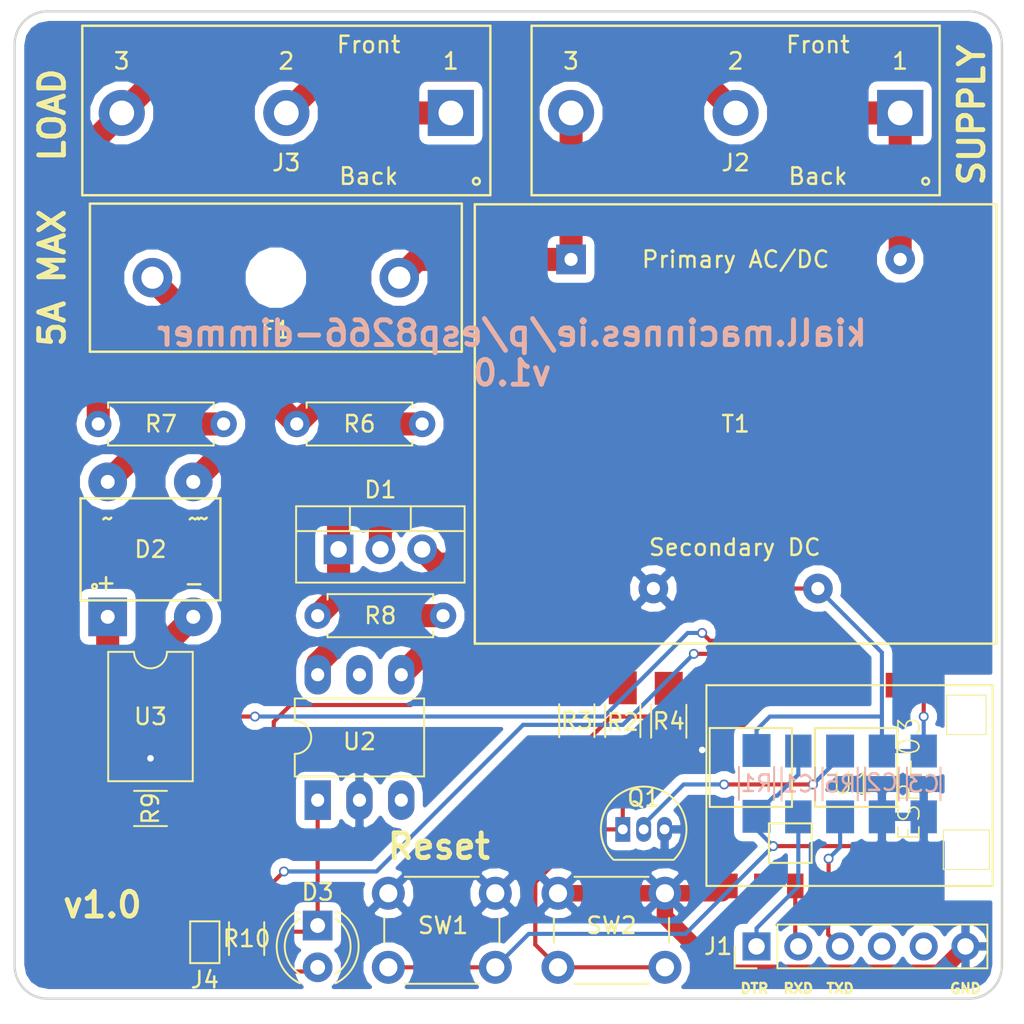
<source format=kicad_pcb>
(kicad_pcb (version 4) (host pcbnew 4.0.7)

  (general
    (links 57)
    (no_connects 0)
    (area 118.11 66.3 180.49 129.67)
    (thickness 1.6)
    (drawings 18)
    (tracks 189)
    (zones 0)
    (modules 28)
    (nets 36)
  )

  (page A4)
  (title_block
    (title "ESP8266 ESP-03 Lighting Dimmer")
    (rev 1.0)
    (company "Kiall Mac Innes")
  )

  (layers
    (0 F.Cu signal)
    (31 B.Cu signal)
    (32 B.Adhes user)
    (33 F.Adhes user)
    (34 B.Paste user)
    (35 F.Paste user)
    (36 B.SilkS user)
    (37 F.SilkS user)
    (38 B.Mask user)
    (39 F.Mask user)
    (40 Dwgs.User user)
    (41 Cmts.User user)
    (42 Eco1.User user)
    (43 Eco2.User user)
    (44 Edge.Cuts user)
    (45 Margin user)
    (46 B.CrtYd user)
    (47 F.CrtYd user)
    (48 B.Fab user hide)
    (49 F.Fab user hide)
  )

  (setup
    (last_trace_width 0.254)
    (user_trace_width 1)
    (trace_clearance 0.254)
    (zone_clearance 0.508)
    (zone_45_only yes)
    (trace_min 0.2)
    (segment_width 0.2)
    (edge_width 0.15)
    (via_size 0.6)
    (via_drill 0.4)
    (via_min_size 0.4)
    (via_min_drill 0.3)
    (uvia_size 0.3)
    (uvia_drill 0.1)
    (uvias_allowed no)
    (uvia_min_size 0.2)
    (uvia_min_drill 0.1)
    (pcb_text_width 0.3)
    (pcb_text_size 1.5 1.5)
    (mod_edge_width 0.15)
    (mod_text_size 1 1)
    (mod_text_width 0.15)
    (pad_size 1.524 1.524)
    (pad_drill 0.762)
    (pad_to_mask_clearance 0.2)
    (aux_axis_origin 0 0)
    (visible_elements FFFFFF7F)
    (pcbplotparams
      (layerselection 0x010fc_80000001)
      (usegerberextensions true)
      (excludeedgelayer true)
      (linewidth 0.100000)
      (plotframeref false)
      (viasonmask false)
      (mode 1)
      (useauxorigin false)
      (hpglpennumber 1)
      (hpglpenspeed 20)
      (hpglpendiameter 15)
      (hpglpenoverlay 2)
      (psnegative false)
      (psa4output false)
      (plotreference true)
      (plotvalue true)
      (plotinvisibletext false)
      (padsonsilk false)
      (subtractmaskfromsilk false)
      (outputformat 1)
      (mirror false)
      (drillshape 0)
      (scaleselection 1)
      (outputdirectory ../gerber))
  )

  (net 0 "")
  (net 1 /esp8266-base/DTR)
  (net 2 /esp8266-base/CH_PD)
  (net 3 +3V3)
  (net 4 GND)
  (net 5 "Net-(D1-Pad1)")
  (net 6 "Net-(D1-Pad3)")
  (net 7 /DimmedLiveOut)
  (net 8 "Net-(D2-Pad1)")
  (net 9 "Net-(D2-Pad3)")
  (net 10 "Net-(D2-Pad2)")
  (net 11 "Net-(D2-Pad4)")
  (net 12 "Net-(D3-Pad1)")
  (net 13 "Net-(D3-Pad2)")
  (net 14 /esp8266-base/AC+)
  (net 15 /esp8266-base/RXD)
  (net 16 /esp8266-base/TXD)
  (net 17 "Net-(J1-Pad4)")
  (net 18 "Net-(J1-Pad5)")
  (net 19 /esp8266-base/AC0)
  (net 20 /esp8266-base/AC-)
  (net 21 "Net-(Q1-Pad2)")
  (net 22 /esp8266-base/GPIO0)
  (net 23 "Net-(R2-Pad2)")
  (net 24 "Net-(R4-Pad2)")
  (net 25 "Net-(R8-Pad1)")
  (net 26 /ZeroCrossingOut)
  (net 27 /DimmerIn)
  (net 28 "Net-(U1-Pad7)")
  (net 29 "Net-(U1-Pad9)")
  (net 30 "Net-(U1-Pad5)")
  (net 31 "Net-(U1-Pad2)")
  (net 32 "Net-(U2-Pad5)")
  (net 33 "Net-(U2-Pad3)")
  (net 34 "Net-(U3-Pad3)")
  (net 35 "Net-(U3-Pad6)")

  (net_class Default "This is the default net class."
    (clearance 0.254)
    (trace_width 0.254)
    (via_dia 0.6)
    (via_drill 0.4)
    (uvia_dia 0.3)
    (uvia_drill 0.1)
    (add_net +3V3)
    (add_net /DimmerIn)
    (add_net /ZeroCrossingOut)
    (add_net /esp8266-base/CH_PD)
    (add_net /esp8266-base/DTR)
    (add_net /esp8266-base/GPIO0)
    (add_net /esp8266-base/RXD)
    (add_net /esp8266-base/TXD)
    (add_net GND)
    (add_net "Net-(D3-Pad1)")
    (add_net "Net-(D3-Pad2)")
    (add_net "Net-(J1-Pad4)")
    (add_net "Net-(J1-Pad5)")
    (add_net "Net-(Q1-Pad2)")
    (add_net "Net-(R2-Pad2)")
    (add_net "Net-(R4-Pad2)")
    (add_net "Net-(U1-Pad2)")
    (add_net "Net-(U1-Pad5)")
    (add_net "Net-(U1-Pad7)")
    (add_net "Net-(U1-Pad9)")
    (add_net "Net-(U2-Pad3)")
    (add_net "Net-(U2-Pad5)")
    (add_net "Net-(U3-Pad3)")
    (add_net "Net-(U3-Pad6)")
  )

  (net_class 240v5A ""
    (clearance 0.5)
    (trace_width 1.4)
    (via_dia 2)
    (via_drill 1.5)
    (uvia_dia 0.6)
    (uvia_drill 0.4)
    (add_net /DimmedLiveOut)
    (add_net /esp8266-base/AC+)
    (add_net /esp8266-base/AC-)
    (add_net /esp8266-base/AC0)
    (add_net "Net-(D1-Pad1)")
    (add_net "Net-(D1-Pad3)")
    (add_net "Net-(D2-Pad1)")
    (add_net "Net-(D2-Pad2)")
    (add_net "Net-(D2-Pad3)")
    (add_net "Net-(D2-Pad4)")
    (add_net "Net-(R8-Pad1)")
  )

  (module Housings_DIP:DIP-6_W7.62mm_SMD (layer F.Cu) (tedit 58CC8E33) (tstamp 59BE3B1F)
    (at 127.255 110.855)
    (descr "6-lead dip package, row spacing 7.62 mm (300 mils), SMD")
    (tags "DIL DIP PDIP 2.54mm 7.62mm 300mil SMD")
    (path /59BAD683)
    (attr smd)
    (fp_text reference U3 (at 0 0) (layer F.SilkS)
      (effects (font (size 1 1) (thickness 0.15)))
    )
    (fp_text value 4N25 (at 0 4.93) (layer F.Fab)
      (effects (font (size 1 1) (thickness 0.15)))
    )
    (fp_text user %R (at 0 0) (layer F.Fab)
      (effects (font (size 1 1) (thickness 0.15)))
    )
    (fp_line (start -2.175 -3.81) (end 3.175 -3.81) (layer F.Fab) (width 0.1))
    (fp_line (start 3.175 -3.81) (end 3.175 3.81) (layer F.Fab) (width 0.1))
    (fp_line (start 3.175 3.81) (end -3.175 3.81) (layer F.Fab) (width 0.1))
    (fp_line (start -3.175 3.81) (end -3.175 -2.81) (layer F.Fab) (width 0.1))
    (fp_line (start -3.175 -2.81) (end -2.175 -3.81) (layer F.Fab) (width 0.1))
    (fp_line (start -1 -3.93) (end -2.57 -3.93) (layer F.SilkS) (width 0.12))
    (fp_line (start -2.57 -3.93) (end -2.57 3.93) (layer F.SilkS) (width 0.12))
    (fp_line (start -2.57 3.93) (end 2.57 3.93) (layer F.SilkS) (width 0.12))
    (fp_line (start 2.57 3.93) (end 2.57 -3.93) (layer F.SilkS) (width 0.12))
    (fp_line (start 2.57 -3.93) (end 1 -3.93) (layer F.SilkS) (width 0.12))
    (fp_line (start -5.1 -4.1) (end -5.1 4.1) (layer F.CrtYd) (width 0.05))
    (fp_line (start -5.1 4.1) (end 5.1 4.1) (layer F.CrtYd) (width 0.05))
    (fp_line (start 5.1 4.1) (end 5.1 -4.1) (layer F.CrtYd) (width 0.05))
    (fp_line (start 5.1 -4.1) (end -5.1 -4.1) (layer F.CrtYd) (width 0.05))
    (fp_arc (start 0 -3.93) (end -1 -3.93) (angle -180) (layer F.SilkS) (width 0.12))
    (pad 1 smd rect (at -3.81 -2.54) (size 2 1.78) (layers F.Cu F.Paste F.Mask)
      (net 8 "Net-(D2-Pad1)"))
    (pad 4 smd rect (at 3.81 2.54) (size 2 1.78) (layers F.Cu F.Paste F.Mask)
      (net 4 GND))
    (pad 2 smd rect (at -3.81 0) (size 2 1.78) (layers F.Cu F.Paste F.Mask)
      (net 10 "Net-(D2-Pad2)"))
    (pad 5 smd rect (at 3.81 0) (size 2 1.78) (layers F.Cu F.Paste F.Mask)
      (net 26 /ZeroCrossingOut))
    (pad 3 smd rect (at -3.81 2.54) (size 2 1.78) (layers F.Cu F.Paste F.Mask)
      (net 34 "Net-(U3-Pad3)"))
    (pad 6 smd rect (at 3.81 -2.54) (size 2 1.78) (layers F.Cu F.Paste F.Mask)
      (net 35 "Net-(U3-Pad6)"))
    (model ${KISYS3DMOD}/Housings_DIP.3dshapes/DIP-6_W7.62mm_SMD.wrl
      (at (xyz 0 0 0))
      (scale (xyz 1 1 1))
      (rotate (xyz 0 0 0))
    )
  )

  (module Socket_Strips:Socket_Strip_Straight_1x06_Pitch2.54mm (layer F.Cu) (tedit 58CD5446) (tstamp 59BD67CD)
    (at 164.085 124.825 90)
    (descr "Through hole straight socket strip, 1x06, 2.54mm pitch, single row")
    (tags "Through hole socket strip THT 1x06 2.54mm single row")
    (path /59BB2793/59B3E187)
    (fp_text reference J1 (at 0 -2.33 180) (layer F.SilkS)
      (effects (font (size 1 1) (thickness 0.15)))
    )
    (fp_text value FTDI (at 0 15.03 90) (layer F.Fab)
      (effects (font (size 1 1) (thickness 0.15)))
    )
    (fp_line (start -1.27 -1.27) (end -1.27 13.97) (layer F.Fab) (width 0.1))
    (fp_line (start -1.27 13.97) (end 1.27 13.97) (layer F.Fab) (width 0.1))
    (fp_line (start 1.27 13.97) (end 1.27 -1.27) (layer F.Fab) (width 0.1))
    (fp_line (start 1.27 -1.27) (end -1.27 -1.27) (layer F.Fab) (width 0.1))
    (fp_line (start -1.33 1.27) (end -1.33 14.03) (layer F.SilkS) (width 0.12))
    (fp_line (start -1.33 14.03) (end 1.33 14.03) (layer F.SilkS) (width 0.12))
    (fp_line (start 1.33 14.03) (end 1.33 1.27) (layer F.SilkS) (width 0.12))
    (fp_line (start 1.33 1.27) (end -1.33 1.27) (layer F.SilkS) (width 0.12))
    (fp_line (start -1.33 0) (end -1.33 -1.33) (layer F.SilkS) (width 0.12))
    (fp_line (start -1.33 -1.33) (end 0 -1.33) (layer F.SilkS) (width 0.12))
    (fp_line (start -1.8 -1.8) (end -1.8 14.5) (layer F.CrtYd) (width 0.05))
    (fp_line (start -1.8 14.5) (end 1.8 14.5) (layer F.CrtYd) (width 0.05))
    (fp_line (start 1.8 14.5) (end 1.8 -1.8) (layer F.CrtYd) (width 0.05))
    (fp_line (start 1.8 -1.8) (end -1.8 -1.8) (layer F.CrtYd) (width 0.05))
    (fp_text user %R (at 0 -2.33 90) (layer F.Fab)
      (effects (font (size 1 1) (thickness 0.15)))
    )
    (pad 1 thru_hole rect (at 0 0 90) (size 1.7 1.7) (drill 1) (layers *.Cu *.Mask)
      (net 1 /esp8266-base/DTR))
    (pad 2 thru_hole oval (at 0 2.54 90) (size 1.7 1.7) (drill 1) (layers *.Cu *.Mask)
      (net 15 /esp8266-base/RXD))
    (pad 3 thru_hole oval (at 0 5.08 90) (size 1.7 1.7) (drill 1) (layers *.Cu *.Mask)
      (net 16 /esp8266-base/TXD))
    (pad 4 thru_hole oval (at 0 7.62 90) (size 1.7 1.7) (drill 1) (layers *.Cu *.Mask)
      (net 17 "Net-(J1-Pad4)"))
    (pad 5 thru_hole oval (at 0 10.16 90) (size 1.7 1.7) (drill 1) (layers *.Cu *.Mask)
      (net 18 "Net-(J1-Pad5)"))
    (pad 6 thru_hole oval (at 0 12.7 90) (size 1.7 1.7) (drill 1) (layers *.Cu *.Mask)
      (net 4 GND))
    (model ${KISYS3DMOD}/Socket_Strips.3dshapes/Socket_Strip_Straight_1x06_Pitch2.54mm.wrl
      (at (xyz 0 -0.25 0))
      (scale (xyz 1 1 1))
      (rotate (xyz 0 0 270))
    )
  )

  (module kiall:RS_Pro_10mm_Pitch_3_Way_PCB_Terminal_Block (layer F.Cu) (tedit 59BD6BEB) (tstamp 59BD67DE)
    (at 162.815 74.025 180)
    (path /59BB2793/59BD1022)
    (fp_text reference J2 (at 0 -3.175 180) (layer F.SilkS)
      (effects (font (size 1 1) (thickness 0.15)))
    )
    (fp_text value "AC IN" (at 0 6.45 180) (layer F.Fab)
      (effects (font (size 1 1) (thickness 0.15)))
    )
    (fp_circle (center -11.55 -4.3) (end -11.35 -4.25) (layer F.SilkS) (width 0.15))
    (fp_text user Back (at -5 -4 180) (layer F.SilkS)
      (effects (font (size 1 1) (thickness 0.15)))
    )
    (fp_text user Front (at -5 4 180) (layer F.SilkS)
      (effects (font (size 1 1) (thickness 0.15)))
    )
    (fp_text user 3 (at 10 3 180) (layer F.SilkS)
      (effects (font (size 1 1) (thickness 0.15)))
    )
    (fp_text user 2 (at 0 3 180) (layer F.SilkS)
      (effects (font (size 1 1) (thickness 0.15)))
    )
    (fp_text user 1 (at -10 3 180) (layer F.SilkS)
      (effects (font (size 1 1) (thickness 0.15)))
    )
    (fp_line (start 12.4 5.15) (end 12.4 -5.15) (layer F.SilkS) (width 0.15))
    (fp_line (start -12.4 -5.15) (end -12.4 5.15) (layer F.SilkS) (width 0.15))
    (fp_line (start -12.4 5.15) (end 12.4 5.15) (layer F.SilkS) (width 0.15))
    (fp_line (start -12.4 -5.15) (end 12.4 -5.15) (layer F.SilkS) (width 0.15))
    (pad 2 thru_hole circle (at 0 -0.15 180) (size 2.8 2.8) (drill 1.5) (layers *.Cu *.Mask)
      (net 19 /esp8266-base/AC0))
    (pad 1 thru_hole rect (at -10 -0.15 180) (size 2.8 2.8) (drill 1.5) (layers *.Cu *.Mask)
      (net 20 /esp8266-base/AC-))
    (pad 3 thru_hole circle (at 10 -0.15 180) (size 2.8 2.8) (drill 1.5) (layers *.Cu *.Mask)
      (net 14 /esp8266-base/AC+))
  )

  (module Capacitors_SMD:C_1206_HandSoldering (layer B.Cu) (tedit 58AA84D1) (tstamp 59BD6757)
    (at 166.625 114.951 90)
    (descr "Capacitor SMD 1206, hand soldering")
    (tags "capacitor 1206")
    (path /59BB2793/59BD1D7F)
    (attr smd)
    (fp_text reference C1 (at 0 0 180) (layer B.SilkS)
      (effects (font (size 1 1) (thickness 0.15)) (justify mirror))
    )
    (fp_text value 0.1uF (at 0 -2 90) (layer B.Fab)
      (effects (font (size 1 1) (thickness 0.15)) (justify mirror))
    )
    (fp_text user %R (at 0 1.75 90) (layer B.Fab)
      (effects (font (size 1 1) (thickness 0.15)) (justify mirror))
    )
    (fp_line (start -1.6 -0.8) (end -1.6 0.8) (layer B.Fab) (width 0.1))
    (fp_line (start 1.6 -0.8) (end -1.6 -0.8) (layer B.Fab) (width 0.1))
    (fp_line (start 1.6 0.8) (end 1.6 -0.8) (layer B.Fab) (width 0.1))
    (fp_line (start -1.6 0.8) (end 1.6 0.8) (layer B.Fab) (width 0.1))
    (fp_line (start 1 1.02) (end -1 1.02) (layer B.SilkS) (width 0.12))
    (fp_line (start -1 -1.02) (end 1 -1.02) (layer B.SilkS) (width 0.12))
    (fp_line (start -3.25 1.05) (end 3.25 1.05) (layer B.CrtYd) (width 0.05))
    (fp_line (start -3.25 1.05) (end -3.25 -1.05) (layer B.CrtYd) (width 0.05))
    (fp_line (start 3.25 -1.05) (end 3.25 1.05) (layer B.CrtYd) (width 0.05))
    (fp_line (start 3.25 -1.05) (end -3.25 -1.05) (layer B.CrtYd) (width 0.05))
    (pad 1 smd rect (at -2 0 90) (size 2 1.6) (layers B.Cu B.Paste B.Mask)
      (net 1 /esp8266-base/DTR))
    (pad 2 smd rect (at 2 0 90) (size 2 1.6) (layers B.Cu B.Paste B.Mask)
      (net 2 /esp8266-base/CH_PD))
    (model Capacitors_SMD.3dshapes/C_1206.wrl
      (at (xyz 0 0 0))
      (scale (xyz 1 1 1))
      (rotate (xyz 0 0 0))
    )
  )

  (module Capacitors_SMD:C_1206_HandSoldering (layer B.Cu) (tedit 58AA84D1) (tstamp 59BD6768)
    (at 171.705 114.951 270)
    (descr "Capacitor SMD 1206, hand soldering")
    (tags "capacitor 1206")
    (path /59BB2793/59B3C721)
    (attr smd)
    (fp_text reference C2 (at -0.095 0 360) (layer B.SilkS)
      (effects (font (size 1 1) (thickness 0.15)) (justify mirror))
    )
    (fp_text value 0.1uF (at 0 -2 270) (layer B.Fab)
      (effects (font (size 1 1) (thickness 0.15)) (justify mirror))
    )
    (fp_text user %R (at 0 0 270) (layer B.Fab)
      (effects (font (size 1 1) (thickness 0.15)) (justify mirror))
    )
    (fp_line (start -1.6 -0.8) (end -1.6 0.8) (layer B.Fab) (width 0.1))
    (fp_line (start 1.6 -0.8) (end -1.6 -0.8) (layer B.Fab) (width 0.1))
    (fp_line (start 1.6 0.8) (end 1.6 -0.8) (layer B.Fab) (width 0.1))
    (fp_line (start -1.6 0.8) (end 1.6 0.8) (layer B.Fab) (width 0.1))
    (fp_line (start 1 1.02) (end -1 1.02) (layer B.SilkS) (width 0.12))
    (fp_line (start -1 -1.02) (end 1 -1.02) (layer B.SilkS) (width 0.12))
    (fp_line (start -3.25 1.05) (end 3.25 1.05) (layer B.CrtYd) (width 0.05))
    (fp_line (start -3.25 1.05) (end -3.25 -1.05) (layer B.CrtYd) (width 0.05))
    (fp_line (start 3.25 -1.05) (end 3.25 1.05) (layer B.CrtYd) (width 0.05))
    (fp_line (start 3.25 -1.05) (end -3.25 -1.05) (layer B.CrtYd) (width 0.05))
    (pad 1 smd rect (at -2 0 270) (size 2 1.6) (layers B.Cu B.Paste B.Mask)
      (net 3 +3V3))
    (pad 2 smd rect (at 2 0 270) (size 2 1.6) (layers B.Cu B.Paste B.Mask)
      (net 4 GND))
    (model Capacitors_SMD.3dshapes/C_1206.wrl
      (at (xyz 0 0 0))
      (scale (xyz 1 1 1))
      (rotate (xyz 0 0 0))
    )
  )

  (module Capacitors_SMD:C_1206_HandSoldering (layer B.Cu) (tedit 58AA84D1) (tstamp 59BD6779)
    (at 174.245 114.951 270)
    (descr "Capacitor SMD 1206, hand soldering")
    (tags "capacitor 1206")
    (path /59BB2793/59B3C534)
    (attr smd)
    (fp_text reference C3 (at 0 0 360) (layer B.SilkS)
      (effects (font (size 1 1) (thickness 0.15)) (justify mirror))
    )
    (fp_text value 470uF (at 0 -2 270) (layer B.Fab)
      (effects (font (size 1 1) (thickness 0.15)) (justify mirror))
    )
    (fp_text user %R (at 0 0 270) (layer B.Fab)
      (effects (font (size 1 1) (thickness 0.15)) (justify mirror))
    )
    (fp_line (start -1.6 -0.8) (end -1.6 0.8) (layer B.Fab) (width 0.1))
    (fp_line (start 1.6 -0.8) (end -1.6 -0.8) (layer B.Fab) (width 0.1))
    (fp_line (start 1.6 0.8) (end 1.6 -0.8) (layer B.Fab) (width 0.1))
    (fp_line (start -1.6 0.8) (end 1.6 0.8) (layer B.Fab) (width 0.1))
    (fp_line (start 1 1.02) (end -1 1.02) (layer B.SilkS) (width 0.12))
    (fp_line (start -1 -1.02) (end 1 -1.02) (layer B.SilkS) (width 0.12))
    (fp_line (start -3.25 1.05) (end 3.25 1.05) (layer B.CrtYd) (width 0.05))
    (fp_line (start -3.25 1.05) (end -3.25 -1.05) (layer B.CrtYd) (width 0.05))
    (fp_line (start 3.25 -1.05) (end 3.25 1.05) (layer B.CrtYd) (width 0.05))
    (fp_line (start 3.25 -1.05) (end -3.25 -1.05) (layer B.CrtYd) (width 0.05))
    (pad 1 smd rect (at -2 0 270) (size 2 1.6) (layers B.Cu B.Paste B.Mask)
      (net 3 +3V3))
    (pad 2 smd rect (at 2 0 270) (size 2 1.6) (layers B.Cu B.Paste B.Mask)
      (net 4 GND))
    (model Capacitors_SMD.3dshapes/C_1206.wrl
      (at (xyz 0 0 0))
      (scale (xyz 1 1 1))
      (rotate (xyz 0 0 0))
    )
  )

  (module kiall:DF-M (layer F.Cu) (tedit 59BAC0CE) (tstamp 59BD6796)
    (at 127.255 100.695 180)
    (path /59BACA61)
    (fp_text reference D2 (at 0 0 360) (layer F.SilkS)
      (effects (font (size 1 1) (thickness 0.15)))
    )
    (fp_text value DF04M-E3/45 (at -0.2 0.1 180) (layer F.Fab)
      (effects (font (size 1 1) (thickness 0.15)))
    )
    (fp_text user ~~ (at 2.6 1.9 180) (layer F.SilkS)
      (effects (font (size 1 1) (thickness 0.15)))
    )
    (fp_text user ~~ (at -2.65 1.9 180) (layer F.SilkS)
      (effects (font (size 1 1) (thickness 0.15)))
    )
    (fp_text user ~ (at -3.2 1.9 180) (layer F.SilkS)
      (effects (font (size 1 1) (thickness 0.15)))
    )
    (fp_text user - (at -2.65 -2.05 180) (layer F.SilkS)
      (effects (font (size 1 1) (thickness 0.15)))
    )
    (fp_text user + (at 2.7 -2 180) (layer F.SilkS)
      (effects (font (size 1 1) (thickness 0.15)))
    )
    (fp_circle (center 3.4 -2.25) (end 3.5 -2.15) (layer F.SilkS) (width 0.15))
    (fp_line (start 4.25 -3.1) (end 4.25 3.1) (layer F.SilkS) (width 0.15))
    (fp_line (start -4.255 3.1) (end 4.255 3.1) (layer F.SilkS) (width 0.15))
    (fp_line (start -4.25 -3.1) (end -4.25 3.1) (layer F.SilkS) (width 0.15))
    (fp_line (start -4.255 -3.1) (end 4.255 -3.1) (layer F.SilkS) (width 0.15))
    (pad 1 thru_hole rect (at 2.6 -4.1 180) (size 2.35 2.35) (drill 0.85) (layers *.Cu *.Mask)
      (net 8 "Net-(D2-Pad1)"))
    (pad 3 thru_hole circle (at -2.6 4.1 180) (size 2.35 2.35) (drill 0.85) (layers *.Cu *.Mask)
      (net 9 "Net-(D2-Pad3)"))
    (pad 2 thru_hole circle (at -2.6 -4.1 180) (size 2.35 2.35) (drill 0.85) (layers *.Cu *.Mask)
      (net 10 "Net-(D2-Pad2)"))
    (pad 4 thru_hole circle (at 2.6 4.1 180) (size 2.35 2.35) (drill 0.85) (layers *.Cu *.Mask)
      (net 11 "Net-(D2-Pad4)"))
  )

  (module LEDs:LED_D4.0mm placed (layer F.Cu) (tedit 587A3A7B) (tstamp 59BD67A9)
    (at 137.415 123.555 270)
    (descr "LED, diameter 4.0mm, 2 pins, http://www.kingbright.com/attachments/file/psearch/000/00/00/L-43GD(Ver.12B).pdf")
    (tags "LED diameter 4.0mm 2 pins")
    (path /59BB07F2)
    (fp_text reference D3 (at -2.032 0 360) (layer F.SilkS)
      (effects (font (size 1 1) (thickness 0.15)))
    )
    (fp_text value LED (at 1.27 3.46 270) (layer F.Fab)
      (effects (font (size 1 1) (thickness 0.15)))
    )
    (fp_arc (start 1.27 0) (end -0.73 -1.32665) (angle 292.9) (layer F.Fab) (width 0.1))
    (fp_arc (start 1.27 0) (end -0.79 -1.398749) (angle 120.1) (layer F.SilkS) (width 0.12))
    (fp_arc (start 1.27 0) (end -0.79 1.398749) (angle -120.1) (layer F.SilkS) (width 0.12))
    (fp_arc (start 1.27 0) (end -0.41333 -1.08) (angle 114.6) (layer F.SilkS) (width 0.12))
    (fp_arc (start 1.27 0) (end -0.41333 1.08) (angle -114.6) (layer F.SilkS) (width 0.12))
    (fp_circle (center 1.27 0) (end 3.27 0) (layer F.Fab) (width 0.1))
    (fp_line (start -0.73 -1.32665) (end -0.73 1.32665) (layer F.Fab) (width 0.1))
    (fp_line (start -0.79 -1.399) (end -0.79 -1.08) (layer F.SilkS) (width 0.12))
    (fp_line (start -0.79 1.08) (end -0.79 1.399) (layer F.SilkS) (width 0.12))
    (fp_line (start -1.45 -2.75) (end -1.45 2.75) (layer F.CrtYd) (width 0.05))
    (fp_line (start -1.45 2.75) (end 4 2.75) (layer F.CrtYd) (width 0.05))
    (fp_line (start 4 2.75) (end 4 -2.75) (layer F.CrtYd) (width 0.05))
    (fp_line (start 4 -2.75) (end -1.45 -2.75) (layer F.CrtYd) (width 0.05))
    (pad 1 thru_hole rect (at 0 0 270) (size 1.8 1.8) (drill 0.9) (layers *.Cu *.Mask)
      (net 12 "Net-(D3-Pad1)"))
    (pad 2 thru_hole circle (at 2.54 0 270) (size 1.8 1.8) (drill 0.9) (layers *.Cu *.Mask)
      (net 13 "Net-(D3-Pad2)"))
    (model ${KISYS3DMOD}/LEDs.3dshapes/LED_D4.0mm.wrl
      (at (xyz 0 0 0))
      (scale (xyz 0.393701 0.393701 0.393701))
      (rotate (xyz 0 0 0))
    )
  )

  (module kiall:Fuse_Holder_5x20mm_P15mm (layer F.Cu) (tedit 59BD6BF5) (tstamp 59BD67B4)
    (at 134.875 84.185 180)
    (path /59BB678C)
    (fp_text reference F1 (at 0 -3.175 180) (layer F.SilkS)
      (effects (font (size 1 1) (thickness 0.15)))
    )
    (fp_text value 5A (at 0 -5.4 180) (layer F.Fab)
      (effects (font (size 1 1) (thickness 0.15)))
    )
    (fp_line (start 11.3 4.5) (end -11.3 4.5) (layer F.SilkS) (width 0.15))
    (fp_line (start -11.3 -4.5) (end 11.3 -4.5) (layer F.SilkS) (width 0.15))
    (fp_line (start 11.3 -4.5) (end 11.3 4.5) (layer F.SilkS) (width 0.15))
    (fp_line (start -11.3 -4.5) (end -11.3 4.5) (layer F.SilkS) (width 0.15))
    (pad 1 thru_hole circle (at -7.5 0 180) (size 2.4 2.4) (drill 1.35) (layers *.Cu *.Mask)
      (net 14 /esp8266-base/AC+))
    (pad 2 thru_hole circle (at 7.5 0 180) (size 2.4 2.4) (drill 1.35) (layers *.Cu *.Mask)
      (net 5 "Net-(D1-Pad1)"))
    (pad "" np_thru_hole circle (at 0 0 180) (size 2.65 2.65) (drill 2.65) (layers *.Cu *.Mask))
  )

  (module kiall:RS_Pro_10mm_Pitch_3_Way_PCB_Terminal_Block (layer F.Cu) (tedit 59BD6BF1) (tstamp 59BD67EF)
    (at 135.51 74.025 180)
    (path /59BB0206)
    (fp_text reference J3 (at 0 -3.175 180) (layer F.SilkS)
      (effects (font (size 1 1) (thickness 0.15)))
    )
    (fp_text value "Load Out" (at 0 6.45 180) (layer F.Fab)
      (effects (font (size 1 1) (thickness 0.15)))
    )
    (fp_circle (center -11.55 -4.3) (end -11.35 -4.25) (layer F.SilkS) (width 0.15))
    (fp_text user Back (at -5 -4 180) (layer F.SilkS)
      (effects (font (size 1 1) (thickness 0.15)))
    )
    (fp_text user Front (at -5 4 180) (layer F.SilkS)
      (effects (font (size 1 1) (thickness 0.15)))
    )
    (fp_text user 3 (at 10 3 180) (layer F.SilkS)
      (effects (font (size 1 1) (thickness 0.15)))
    )
    (fp_text user 2 (at 0 3 180) (layer F.SilkS)
      (effects (font (size 1 1) (thickness 0.15)))
    )
    (fp_text user 1 (at -10 3 180) (layer F.SilkS)
      (effects (font (size 1 1) (thickness 0.15)))
    )
    (fp_line (start 12.4 5.15) (end 12.4 -5.15) (layer F.SilkS) (width 0.15))
    (fp_line (start -12.4 -5.15) (end -12.4 5.15) (layer F.SilkS) (width 0.15))
    (fp_line (start -12.4 5.15) (end 12.4 5.15) (layer F.SilkS) (width 0.15))
    (fp_line (start -12.4 -5.15) (end 12.4 -5.15) (layer F.SilkS) (width 0.15))
    (pad 2 thru_hole circle (at 0 -0.15 180) (size 2.8 2.8) (drill 1.5) (layers *.Cu *.Mask)
      (net 19 /esp8266-base/AC0))
    (pad 1 thru_hole rect (at -10 -0.15 180) (size 2.8 2.8) (drill 1.5) (layers *.Cu *.Mask)
      (net 7 /DimmedLiveOut))
    (pad 3 thru_hole circle (at 10 -0.15 180) (size 2.8 2.8) (drill 1.5) (layers *.Cu *.Mask)
      (net 20 /esp8266-base/AC-))
  )

  (module Connectors:GS2 (layer F.Cu) (tedit 586134A1) (tstamp 59BD67FD)
    (at 130.557 124.571)
    (descr "2-pin solder bridge")
    (tags "solder bridge")
    (path /59BD7F23)
    (attr smd)
    (fp_text reference J4 (at 0 2.286 180) (layer F.SilkS)
      (effects (font (size 1 1) (thickness 0.15)))
    )
    (fp_text value LED_BYPASS (at -1.8 0 90) (layer F.Fab)
      (effects (font (size 1 1) (thickness 0.15)))
    )
    (fp_line (start 1.1 -1.45) (end 1.1 1.5) (layer F.CrtYd) (width 0.05))
    (fp_line (start 1.1 1.5) (end -1.1 1.5) (layer F.CrtYd) (width 0.05))
    (fp_line (start -1.1 1.5) (end -1.1 -1.45) (layer F.CrtYd) (width 0.05))
    (fp_line (start -1.1 -1.45) (end 1.1 -1.45) (layer F.CrtYd) (width 0.05))
    (fp_line (start -0.89 -1.27) (end -0.89 1.27) (layer F.SilkS) (width 0.12))
    (fp_line (start 0.89 1.27) (end 0.89 -1.27) (layer F.SilkS) (width 0.12))
    (fp_line (start 0.89 1.27) (end -0.89 1.27) (layer F.SilkS) (width 0.12))
    (fp_line (start -0.89 -1.27) (end 0.89 -1.27) (layer F.SilkS) (width 0.12))
    (pad 1 smd rect (at 0 -0.64) (size 1.27 0.97) (layers F.Cu F.Paste F.Mask)
      (net 12 "Net-(D3-Pad1)"))
    (pad 2 smd rect (at 0 0.64) (size 1.27 0.97) (layers F.Cu F.Paste F.Mask)
      (net 13 "Net-(D3-Pad2)"))
  )

  (module TO_SOT_Packages_THT:TO-92_Inline_Narrow_Oval (layer F.Cu) (tedit 58CE52AF) (tstamp 59BD680F)
    (at 155.957 117.713)
    (descr "TO-92 leads in-line, narrow, oval pads, drill 0.6mm (see NXP sot054_po.pdf)")
    (tags "to-92 sc-43 sc-43a sot54 PA33 transistor")
    (path /59BB2793/59BD3E35)
    (fp_text reference Q1 (at 1.27 -1.905) (layer F.SilkS)
      (effects (font (size 1 1) (thickness 0.15)))
    )
    (fp_text value "S8550 PNP" (at 1.27 2.79) (layer F.Fab)
      (effects (font (size 1 1) (thickness 0.15)))
    )
    (fp_text user %R (at 1.27 -1.905) (layer F.Fab)
      (effects (font (size 1 1) (thickness 0.15)))
    )
    (fp_line (start -0.53 1.85) (end 3.07 1.85) (layer F.SilkS) (width 0.12))
    (fp_line (start -0.5 1.75) (end 3 1.75) (layer F.Fab) (width 0.1))
    (fp_line (start -1.46 -2.73) (end 4 -2.73) (layer F.CrtYd) (width 0.05))
    (fp_line (start -1.46 -2.73) (end -1.46 2.01) (layer F.CrtYd) (width 0.05))
    (fp_line (start 4 2.01) (end 4 -2.73) (layer F.CrtYd) (width 0.05))
    (fp_line (start 4 2.01) (end -1.46 2.01) (layer F.CrtYd) (width 0.05))
    (fp_arc (start 1.27 0) (end 1.27 -2.48) (angle 135) (layer F.Fab) (width 0.1))
    (fp_arc (start 1.27 0) (end 1.27 -2.6) (angle -135) (layer F.SilkS) (width 0.12))
    (fp_arc (start 1.27 0) (end 1.27 -2.48) (angle -135) (layer F.Fab) (width 0.1))
    (fp_arc (start 1.27 0) (end 1.27 -2.6) (angle 135) (layer F.SilkS) (width 0.12))
    (pad 2 thru_hole oval (at 1.27 0 180) (size 0.9 1.5) (drill 0.6) (layers *.Cu *.Mask)
      (net 21 "Net-(Q1-Pad2)"))
    (pad 3 thru_hole oval (at 2.54 0 180) (size 0.9 1.5) (drill 0.6) (layers *.Cu *.Mask)
      (net 4 GND))
    (pad 1 thru_hole rect (at 0 0 180) (size 0.9 1.5) (drill 0.6) (layers *.Cu *.Mask)
      (net 22 /esp8266-base/GPIO0))
    (model ${KISYS3DMOD}/TO_SOT_Packages_THT.3dshapes/TO-92_Inline_Narrow_Oval.wrl
      (at (xyz 0.05 0 0))
      (scale (xyz 1 1 1))
      (rotate (xyz 0 0 -90))
    )
  )

  (module Resistors_SMD:R_1206_HandSoldering (layer B.Cu) (tedit 58E0A804) (tstamp 59BD6820)
    (at 164.085 114.919 270)
    (descr "Resistor SMD 1206, hand soldering")
    (tags "resistor 1206")
    (path /59BB2793/59B3CAE0)
    (attr smd)
    (fp_text reference R1 (at 0 0 360) (layer B.SilkS)
      (effects (font (size 1 1) (thickness 0.15)) (justify mirror))
    )
    (fp_text value 10k (at 0 -1.9 270) (layer B.Fab)
      (effects (font (size 1 1) (thickness 0.15)) (justify mirror))
    )
    (fp_text user %R (at 0 0 270) (layer B.Fab)
      (effects (font (size 0.7 0.7) (thickness 0.105)) (justify mirror))
    )
    (fp_line (start -1.6 -0.8) (end -1.6 0.8) (layer B.Fab) (width 0.1))
    (fp_line (start 1.6 -0.8) (end -1.6 -0.8) (layer B.Fab) (width 0.1))
    (fp_line (start 1.6 0.8) (end 1.6 -0.8) (layer B.Fab) (width 0.1))
    (fp_line (start -1.6 0.8) (end 1.6 0.8) (layer B.Fab) (width 0.1))
    (fp_line (start 1 -1.07) (end -1 -1.07) (layer B.SilkS) (width 0.12))
    (fp_line (start -1 1.07) (end 1 1.07) (layer B.SilkS) (width 0.12))
    (fp_line (start -3.25 1.11) (end 3.25 1.11) (layer B.CrtYd) (width 0.05))
    (fp_line (start -3.25 1.11) (end -3.25 -1.1) (layer B.CrtYd) (width 0.05))
    (fp_line (start 3.25 -1.1) (end 3.25 1.11) (layer B.CrtYd) (width 0.05))
    (fp_line (start 3.25 -1.1) (end -3.25 -1.1) (layer B.CrtYd) (width 0.05))
    (pad 1 smd rect (at -2 0 270) (size 2 1.7) (layers B.Cu B.Paste B.Mask)
      (net 3 +3V3))
    (pad 2 smd rect (at 2 0 270) (size 2 1.7) (layers B.Cu B.Paste B.Mask)
      (net 2 /esp8266-base/CH_PD))
    (model ${KISYS3DMOD}/Resistors_SMD.3dshapes/R_1206.wrl
      (at (xyz 0 0 0))
      (scale (xyz 1 1 1))
      (rotate (xyz 0 0 0))
    )
  )

  (module Resistors_SMD:R_1206_HandSoldering (layer F.Cu) (tedit 58E0A804) (tstamp 59BD6831)
    (at 155.957 111.109 270)
    (descr "Resistor SMD 1206, hand soldering")
    (tags "resistor 1206")
    (path /59BB2793/59B3CA5F)
    (attr smd)
    (fp_text reference R2 (at 0.095 0 540) (layer F.SilkS)
      (effects (font (size 1 1) (thickness 0.15)))
    )
    (fp_text value 10k (at 0 1.9 270) (layer F.Fab)
      (effects (font (size 1 1) (thickness 0.15)))
    )
    (fp_text user %R (at 0 0 270) (layer F.Fab)
      (effects (font (size 0.7 0.7) (thickness 0.105)))
    )
    (fp_line (start -1.6 0.8) (end -1.6 -0.8) (layer F.Fab) (width 0.1))
    (fp_line (start 1.6 0.8) (end -1.6 0.8) (layer F.Fab) (width 0.1))
    (fp_line (start 1.6 -0.8) (end 1.6 0.8) (layer F.Fab) (width 0.1))
    (fp_line (start -1.6 -0.8) (end 1.6 -0.8) (layer F.Fab) (width 0.1))
    (fp_line (start 1 1.07) (end -1 1.07) (layer F.SilkS) (width 0.12))
    (fp_line (start -1 -1.07) (end 1 -1.07) (layer F.SilkS) (width 0.12))
    (fp_line (start -3.25 -1.11) (end 3.25 -1.11) (layer F.CrtYd) (width 0.05))
    (fp_line (start -3.25 -1.11) (end -3.25 1.1) (layer F.CrtYd) (width 0.05))
    (fp_line (start 3.25 1.1) (end 3.25 -1.11) (layer F.CrtYd) (width 0.05))
    (fp_line (start 3.25 1.1) (end -3.25 1.1) (layer F.CrtYd) (width 0.05))
    (pad 1 smd rect (at -2 0 270) (size 2 1.7) (layers F.Cu F.Paste F.Mask)
      (net 3 +3V3))
    (pad 2 smd rect (at 2 0 270) (size 2 1.7) (layers F.Cu F.Paste F.Mask)
      (net 23 "Net-(R2-Pad2)"))
    (model ${KISYS3DMOD}/Resistors_SMD.3dshapes/R_1206.wrl
      (at (xyz 0 0 0))
      (scale (xyz 1 1 1))
      (rotate (xyz 0 0 0))
    )
  )

  (module Resistors_SMD:R_1206_HandSoldering (layer F.Cu) (tedit 58E0A804) (tstamp 59BD6842)
    (at 153.163 111.109 90)
    (descr "Resistor SMD 1206, hand soldering")
    (tags "resistor 1206")
    (path /59BB2793/59B3C8C8)
    (attr smd)
    (fp_text reference R3 (at 0 0 360) (layer F.SilkS)
      (effects (font (size 1 1) (thickness 0.15)))
    )
    (fp_text value 10k (at 0 1.9 90) (layer F.Fab)
      (effects (font (size 1 1) (thickness 0.15)))
    )
    (fp_text user %R (at 0 0 90) (layer F.Fab)
      (effects (font (size 0.7 0.7) (thickness 0.105)))
    )
    (fp_line (start -1.6 0.8) (end -1.6 -0.8) (layer F.Fab) (width 0.1))
    (fp_line (start 1.6 0.8) (end -1.6 0.8) (layer F.Fab) (width 0.1))
    (fp_line (start 1.6 -0.8) (end 1.6 0.8) (layer F.Fab) (width 0.1))
    (fp_line (start -1.6 -0.8) (end 1.6 -0.8) (layer F.Fab) (width 0.1))
    (fp_line (start 1 1.07) (end -1 1.07) (layer F.SilkS) (width 0.12))
    (fp_line (start -1 -1.07) (end 1 -1.07) (layer F.SilkS) (width 0.12))
    (fp_line (start -3.25 -1.11) (end 3.25 -1.11) (layer F.CrtYd) (width 0.05))
    (fp_line (start -3.25 -1.11) (end -3.25 1.1) (layer F.CrtYd) (width 0.05))
    (fp_line (start 3.25 1.1) (end 3.25 -1.11) (layer F.CrtYd) (width 0.05))
    (fp_line (start 3.25 1.1) (end -3.25 1.1) (layer F.CrtYd) (width 0.05))
    (pad 1 smd rect (at -2 0 90) (size 2 1.7) (layers F.Cu F.Paste F.Mask)
      (net 22 /esp8266-base/GPIO0))
    (pad 2 smd rect (at 2 0 90) (size 2 1.7) (layers F.Cu F.Paste F.Mask)
      (net 3 +3V3))
    (model ${KISYS3DMOD}/Resistors_SMD.3dshapes/R_1206.wrl
      (at (xyz 0 0 0))
      (scale (xyz 1 1 1))
      (rotate (xyz 0 0 0))
    )
  )

  (module Resistors_SMD:R_1206_HandSoldering (layer F.Cu) (tedit 58E0A804) (tstamp 59BD6853)
    (at 158.751 111.141 90)
    (descr "Resistor SMD 1206, hand soldering")
    (tags "resistor 1206")
    (path /59BB2793/59B3CF2B)
    (attr smd)
    (fp_text reference R4 (at 0 0 360) (layer F.SilkS)
      (effects (font (size 1 1) (thickness 0.15)))
    )
    (fp_text value 10k (at 0 1.9 90) (layer F.Fab)
      (effects (font (size 1 1) (thickness 0.15)))
    )
    (fp_text user %R (at 0 0 180) (layer F.Fab)
      (effects (font (size 0.7 0.7) (thickness 0.105)))
    )
    (fp_line (start -1.6 0.8) (end -1.6 -0.8) (layer F.Fab) (width 0.1))
    (fp_line (start 1.6 0.8) (end -1.6 0.8) (layer F.Fab) (width 0.1))
    (fp_line (start 1.6 -0.8) (end 1.6 0.8) (layer F.Fab) (width 0.1))
    (fp_line (start -1.6 -0.8) (end 1.6 -0.8) (layer F.Fab) (width 0.1))
    (fp_line (start 1 1.07) (end -1 1.07) (layer F.SilkS) (width 0.12))
    (fp_line (start -1 -1.07) (end 1 -1.07) (layer F.SilkS) (width 0.12))
    (fp_line (start -3.25 -1.11) (end 3.25 -1.11) (layer F.CrtYd) (width 0.05))
    (fp_line (start -3.25 -1.11) (end -3.25 1.1) (layer F.CrtYd) (width 0.05))
    (fp_line (start 3.25 1.1) (end 3.25 -1.11) (layer F.CrtYd) (width 0.05))
    (fp_line (start 3.25 1.1) (end -3.25 1.1) (layer F.CrtYd) (width 0.05))
    (pad 1 smd rect (at -2 0 90) (size 2 1.7) (layers F.Cu F.Paste F.Mask)
      (net 4 GND))
    (pad 2 smd rect (at 2 0 90) (size 2 1.7) (layers F.Cu F.Paste F.Mask)
      (net 24 "Net-(R4-Pad2)"))
    (model ${KISYS3DMOD}/Resistors_SMD.3dshapes/R_1206.wrl
      (at (xyz 0 0 0))
      (scale (xyz 1 1 1))
      (rotate (xyz 0 0 0))
    )
  )

  (module Resistors_SMD:R_1206_HandSoldering (layer B.Cu) (tedit 58E0A804) (tstamp 59BD6864)
    (at 169.165 114.951 90)
    (descr "Resistor SMD 1206, hand soldering")
    (tags "resistor 1206")
    (path /59BB2793/59BD42C3)
    (attr smd)
    (fp_text reference R5 (at 0 0 180) (layer B.SilkS)
      (effects (font (size 1 1) (thickness 0.15)) (justify mirror))
    )
    (fp_text value 10k (at 0 -1.9 90) (layer B.Fab)
      (effects (font (size 1 1) (thickness 0.15)) (justify mirror))
    )
    (fp_text user %R (at 0 0 90) (layer B.Fab)
      (effects (font (size 0.7 0.7) (thickness 0.105)) (justify mirror))
    )
    (fp_line (start -1.6 -0.8) (end -1.6 0.8) (layer B.Fab) (width 0.1))
    (fp_line (start 1.6 -0.8) (end -1.6 -0.8) (layer B.Fab) (width 0.1))
    (fp_line (start 1.6 0.8) (end 1.6 -0.8) (layer B.Fab) (width 0.1))
    (fp_line (start -1.6 0.8) (end 1.6 0.8) (layer B.Fab) (width 0.1))
    (fp_line (start 1 -1.07) (end -1 -1.07) (layer B.SilkS) (width 0.12))
    (fp_line (start -1 1.07) (end 1 1.07) (layer B.SilkS) (width 0.12))
    (fp_line (start -3.25 1.11) (end 3.25 1.11) (layer B.CrtYd) (width 0.05))
    (fp_line (start -3.25 1.11) (end -3.25 -1.1) (layer B.CrtYd) (width 0.05))
    (fp_line (start 3.25 -1.1) (end 3.25 1.11) (layer B.CrtYd) (width 0.05))
    (fp_line (start 3.25 -1.1) (end -3.25 -1.1) (layer B.CrtYd) (width 0.05))
    (pad 1 smd rect (at -2 0 90) (size 2 1.7) (layers B.Cu B.Paste B.Mask)
      (net 16 /esp8266-base/TXD))
    (pad 2 smd rect (at 2 0 90) (size 2 1.7) (layers B.Cu B.Paste B.Mask)
      (net 21 "Net-(Q1-Pad2)"))
    (model ${KISYS3DMOD}/Resistors_SMD.3dshapes/R_1206.wrl
      (at (xyz 0 0 0))
      (scale (xyz 1 1 1))
      (rotate (xyz 0 0 0))
    )
  )

  (module Resistors_THT:R_Axial_DIN0207_L6.3mm_D2.5mm_P7.62mm_Horizontal (layer F.Cu) (tedit 5874F706) (tstamp 59BD687A)
    (at 143.765 93.075 180)
    (descr "Resistor, Axial_DIN0207 series, Axial, Horizontal, pin pitch=7.62mm, 0.25W = 1/4W, length*diameter=6.3*2.5mm^2, http://cdn-reichelt.de/documents/datenblatt/B400/1_4W%23YAG.pdf")
    (tags "Resistor Axial_DIN0207 series Axial Horizontal pin pitch 7.62mm 0.25W = 1/4W length 6.3mm diameter 2.5mm")
    (path /59BAD022)
    (fp_text reference R6 (at 3.81 0 180) (layer F.SilkS)
      (effects (font (size 1 1) (thickness 0.15)))
    )
    (fp_text value 30k (at 3.81 2.31 180) (layer F.Fab)
      (effects (font (size 1 1) (thickness 0.15)))
    )
    (fp_line (start 0.66 -1.25) (end 0.66 1.25) (layer F.Fab) (width 0.1))
    (fp_line (start 0.66 1.25) (end 6.96 1.25) (layer F.Fab) (width 0.1))
    (fp_line (start 6.96 1.25) (end 6.96 -1.25) (layer F.Fab) (width 0.1))
    (fp_line (start 6.96 -1.25) (end 0.66 -1.25) (layer F.Fab) (width 0.1))
    (fp_line (start 0 0) (end 0.66 0) (layer F.Fab) (width 0.1))
    (fp_line (start 7.62 0) (end 6.96 0) (layer F.Fab) (width 0.1))
    (fp_line (start 0.6 -0.98) (end 0.6 -1.31) (layer F.SilkS) (width 0.12))
    (fp_line (start 0.6 -1.31) (end 7.02 -1.31) (layer F.SilkS) (width 0.12))
    (fp_line (start 7.02 -1.31) (end 7.02 -0.98) (layer F.SilkS) (width 0.12))
    (fp_line (start 0.6 0.98) (end 0.6 1.31) (layer F.SilkS) (width 0.12))
    (fp_line (start 0.6 1.31) (end 7.02 1.31) (layer F.SilkS) (width 0.12))
    (fp_line (start 7.02 1.31) (end 7.02 0.98) (layer F.SilkS) (width 0.12))
    (fp_line (start -1.05 -1.6) (end -1.05 1.6) (layer F.CrtYd) (width 0.05))
    (fp_line (start -1.05 1.6) (end 8.7 1.6) (layer F.CrtYd) (width 0.05))
    (fp_line (start 8.7 1.6) (end 8.7 -1.6) (layer F.CrtYd) (width 0.05))
    (fp_line (start 8.7 -1.6) (end -1.05 -1.6) (layer F.CrtYd) (width 0.05))
    (pad 1 thru_hole circle (at 0 0 180) (size 1.6 1.6) (drill 0.8) (layers *.Cu *.Mask)
      (net 9 "Net-(D2-Pad3)"))
    (pad 2 thru_hole oval (at 7.62 0 180) (size 1.6 1.6) (drill 0.8) (layers *.Cu *.Mask)
      (net 5 "Net-(D1-Pad1)"))
    (model ${KISYS3DMOD}/Resistors_THT.3dshapes/R_Axial_DIN0207_L6.3mm_D2.5mm_P7.62mm_Horizontal.wrl
      (at (xyz 0 0 0))
      (scale (xyz 0.393701 0.393701 0.393701))
      (rotate (xyz 0 0 0))
    )
  )

  (module Resistors_THT:R_Axial_DIN0207_L6.3mm_D2.5mm_P7.62mm_Horizontal (layer F.Cu) (tedit 5874F706) (tstamp 59BD6890)
    (at 131.7 93.075 180)
    (descr "Resistor, Axial_DIN0207 series, Axial, Horizontal, pin pitch=7.62mm, 0.25W = 1/4W, length*diameter=6.3*2.5mm^2, http://cdn-reichelt.de/documents/datenblatt/B400/1_4W%23YAG.pdf")
    (tags "Resistor Axial_DIN0207 series Axial Horizontal pin pitch 7.62mm 0.25W = 1/4W length 6.3mm diameter 2.5mm")
    (path /59BAD07B)
    (fp_text reference R7 (at 3.81 0 180) (layer F.SilkS)
      (effects (font (size 1 1) (thickness 0.15)))
    )
    (fp_text value 30k (at 3.81 2.31 180) (layer F.Fab)
      (effects (font (size 1 1) (thickness 0.15)))
    )
    (fp_line (start 0.66 -1.25) (end 0.66 1.25) (layer F.Fab) (width 0.1))
    (fp_line (start 0.66 1.25) (end 6.96 1.25) (layer F.Fab) (width 0.1))
    (fp_line (start 6.96 1.25) (end 6.96 -1.25) (layer F.Fab) (width 0.1))
    (fp_line (start 6.96 -1.25) (end 0.66 -1.25) (layer F.Fab) (width 0.1))
    (fp_line (start 0 0) (end 0.66 0) (layer F.Fab) (width 0.1))
    (fp_line (start 7.62 0) (end 6.96 0) (layer F.Fab) (width 0.1))
    (fp_line (start 0.6 -0.98) (end 0.6 -1.31) (layer F.SilkS) (width 0.12))
    (fp_line (start 0.6 -1.31) (end 7.02 -1.31) (layer F.SilkS) (width 0.12))
    (fp_line (start 7.02 -1.31) (end 7.02 -0.98) (layer F.SilkS) (width 0.12))
    (fp_line (start 0.6 0.98) (end 0.6 1.31) (layer F.SilkS) (width 0.12))
    (fp_line (start 0.6 1.31) (end 7.02 1.31) (layer F.SilkS) (width 0.12))
    (fp_line (start 7.02 1.31) (end 7.02 0.98) (layer F.SilkS) (width 0.12))
    (fp_line (start -1.05 -1.6) (end -1.05 1.6) (layer F.CrtYd) (width 0.05))
    (fp_line (start -1.05 1.6) (end 8.7 1.6) (layer F.CrtYd) (width 0.05))
    (fp_line (start 8.7 1.6) (end 8.7 -1.6) (layer F.CrtYd) (width 0.05))
    (fp_line (start 8.7 -1.6) (end -1.05 -1.6) (layer F.CrtYd) (width 0.05))
    (pad 1 thru_hole circle (at 0 0 180) (size 1.6 1.6) (drill 0.8) (layers *.Cu *.Mask)
      (net 11 "Net-(D2-Pad4)"))
    (pad 2 thru_hole oval (at 7.62 0 180) (size 1.6 1.6) (drill 0.8) (layers *.Cu *.Mask)
      (net 20 /esp8266-base/AC-))
    (model ${KISYS3DMOD}/Resistors_THT.3dshapes/R_Axial_DIN0207_L6.3mm_D2.5mm_P7.62mm_Horizontal.wrl
      (at (xyz 0 0 0))
      (scale (xyz 0.393701 0.393701 0.393701))
      (rotate (xyz 0 0 0))
    )
  )

  (module Resistors_THT:R_Axial_DIN0207_L6.3mm_D2.5mm_P7.62mm_Horizontal (layer F.Cu) (tedit 5874F706) (tstamp 59BD68A6)
    (at 145.035 104.725 180)
    (descr "Resistor, Axial_DIN0207 series, Axial, Horizontal, pin pitch=7.62mm, 0.25W = 1/4W, length*diameter=6.3*2.5mm^2, http://cdn-reichelt.de/documents/datenblatt/B400/1_4W%23YAG.pdf")
    (tags "Resistor Axial_DIN0207 series Axial Horizontal pin pitch 7.62mm 0.25W = 1/4W length 6.3mm diameter 2.5mm")
    (path /59BAFEEA)
    (fp_text reference R8 (at 3.81 0 180) (layer F.SilkS)
      (effects (font (size 1 1) (thickness 0.15)))
    )
    (fp_text value 1k (at 3.81 2.31 180) (layer F.Fab)
      (effects (font (size 1 1) (thickness 0.15)))
    )
    (fp_line (start 0.66 -1.25) (end 0.66 1.25) (layer F.Fab) (width 0.1))
    (fp_line (start 0.66 1.25) (end 6.96 1.25) (layer F.Fab) (width 0.1))
    (fp_line (start 6.96 1.25) (end 6.96 -1.25) (layer F.Fab) (width 0.1))
    (fp_line (start 6.96 -1.25) (end 0.66 -1.25) (layer F.Fab) (width 0.1))
    (fp_line (start 0 0) (end 0.66 0) (layer F.Fab) (width 0.1))
    (fp_line (start 7.62 0) (end 6.96 0) (layer F.Fab) (width 0.1))
    (fp_line (start 0.6 -0.98) (end 0.6 -1.31) (layer F.SilkS) (width 0.12))
    (fp_line (start 0.6 -1.31) (end 7.02 -1.31) (layer F.SilkS) (width 0.12))
    (fp_line (start 7.02 -1.31) (end 7.02 -0.98) (layer F.SilkS) (width 0.12))
    (fp_line (start 0.6 0.98) (end 0.6 1.31) (layer F.SilkS) (width 0.12))
    (fp_line (start 0.6 1.31) (end 7.02 1.31) (layer F.SilkS) (width 0.12))
    (fp_line (start 7.02 1.31) (end 7.02 0.98) (layer F.SilkS) (width 0.12))
    (fp_line (start -1.05 -1.6) (end -1.05 1.6) (layer F.CrtYd) (width 0.05))
    (fp_line (start -1.05 1.6) (end 8.7 1.6) (layer F.CrtYd) (width 0.05))
    (fp_line (start 8.7 1.6) (end 8.7 -1.6) (layer F.CrtYd) (width 0.05))
    (fp_line (start 8.7 -1.6) (end -1.05 -1.6) (layer F.CrtYd) (width 0.05))
    (pad 1 thru_hole circle (at 0 0 180) (size 1.6 1.6) (drill 0.8) (layers *.Cu *.Mask)
      (net 25 "Net-(R8-Pad1)"))
    (pad 2 thru_hole oval (at 7.62 0 180) (size 1.6 1.6) (drill 0.8) (layers *.Cu *.Mask)
      (net 5 "Net-(D1-Pad1)"))
    (model ${KISYS3DMOD}/Resistors_THT.3dshapes/R_Axial_DIN0207_L6.3mm_D2.5mm_P7.62mm_Horizontal.wrl
      (at (xyz 0 0 0))
      (scale (xyz 0.393701 0.393701 0.393701))
      (rotate (xyz 0 0 0))
    )
  )

  (module Resistors_SMD:R_1206_HandSoldering (layer F.Cu) (tedit 58E0A804) (tstamp 59BD68B7)
    (at 127.255 116.443 180)
    (descr "Resistor SMD 1206, hand soldering")
    (tags "resistor 1206")
    (path /59BADC38)
    (attr smd)
    (fp_text reference R9 (at 0 0 270) (layer F.SilkS)
      (effects (font (size 1 1) (thickness 0.15)))
    )
    (fp_text value 10k (at 0 1.9 180) (layer F.Fab)
      (effects (font (size 1 1) (thickness 0.15)))
    )
    (fp_text user %R (at 0 0 180) (layer F.Fab)
      (effects (font (size 0.7 0.7) (thickness 0.105)))
    )
    (fp_line (start -1.6 0.8) (end -1.6 -0.8) (layer F.Fab) (width 0.1))
    (fp_line (start 1.6 0.8) (end -1.6 0.8) (layer F.Fab) (width 0.1))
    (fp_line (start 1.6 -0.8) (end 1.6 0.8) (layer F.Fab) (width 0.1))
    (fp_line (start -1.6 -0.8) (end 1.6 -0.8) (layer F.Fab) (width 0.1))
    (fp_line (start 1 1.07) (end -1 1.07) (layer F.SilkS) (width 0.12))
    (fp_line (start -1 -1.07) (end 1 -1.07) (layer F.SilkS) (width 0.12))
    (fp_line (start -3.25 -1.11) (end 3.25 -1.11) (layer F.CrtYd) (width 0.05))
    (fp_line (start -3.25 -1.11) (end -3.25 1.1) (layer F.CrtYd) (width 0.05))
    (fp_line (start 3.25 1.1) (end 3.25 -1.11) (layer F.CrtYd) (width 0.05))
    (fp_line (start 3.25 1.1) (end -3.25 1.1) (layer F.CrtYd) (width 0.05))
    (pad 1 smd rect (at -2 0 180) (size 2 1.7) (layers F.Cu F.Paste F.Mask)
      (net 3 +3V3))
    (pad 2 smd rect (at 2 0 180) (size 2 1.7) (layers F.Cu F.Paste F.Mask)
      (net 26 /ZeroCrossingOut))
    (model ${KISYS3DMOD}/Resistors_SMD.3dshapes/R_1206.wrl
      (at (xyz 0 0 0))
      (scale (xyz 1 1 1))
      (rotate (xyz 0 0 0))
    )
  )

  (module Resistors_SMD:R_1206_HandSoldering placed (layer F.Cu) (tedit 58E0A804) (tstamp 59BD68C8)
    (at 133.097 124.349 270)
    (descr "Resistor SMD 1206, hand soldering")
    (tags "resistor 1206")
    (path /59BB08C6)
    (attr smd)
    (fp_text reference R10 (at 0 0 540) (layer F.SilkS)
      (effects (font (size 1 1) (thickness 0.15)))
    )
    (fp_text value 220 (at 0 1.905 270) (layer F.Fab)
      (effects (font (size 1 1) (thickness 0.15)))
    )
    (fp_text user %R (at 0 0 270) (layer F.Fab)
      (effects (font (size 0.7 0.7) (thickness 0.105)))
    )
    (fp_line (start -1.6 0.8) (end -1.6 -0.8) (layer F.Fab) (width 0.1))
    (fp_line (start 1.6 0.8) (end -1.6 0.8) (layer F.Fab) (width 0.1))
    (fp_line (start 1.6 -0.8) (end 1.6 0.8) (layer F.Fab) (width 0.1))
    (fp_line (start -1.6 -0.8) (end 1.6 -0.8) (layer F.Fab) (width 0.1))
    (fp_line (start 1 1.07) (end -1 1.07) (layer F.SilkS) (width 0.12))
    (fp_line (start -1 -1.07) (end 1 -1.07) (layer F.SilkS) (width 0.12))
    (fp_line (start -3.25 -1.11) (end 3.25 -1.11) (layer F.CrtYd) (width 0.05))
    (fp_line (start -3.25 -1.11) (end -3.25 1.1) (layer F.CrtYd) (width 0.05))
    (fp_line (start 3.25 1.1) (end 3.25 -1.11) (layer F.CrtYd) (width 0.05))
    (fp_line (start 3.25 1.1) (end -3.25 1.1) (layer F.CrtYd) (width 0.05))
    (pad 1 smd rect (at -2 0 270) (size 2 1.7) (layers F.Cu F.Paste F.Mask)
      (net 27 /DimmerIn))
    (pad 2 smd rect (at 2 0 270) (size 2 1.7) (layers F.Cu F.Paste F.Mask)
      (net 13 "Net-(D3-Pad2)"))
    (model ${KISYS3DMOD}/Resistors_SMD.3dshapes/R_1206.wrl
      (at (xyz 0 0 0))
      (scale (xyz 1 1 1))
      (rotate (xyz 0 0 0))
    )
  )

  (module Buttons_Switches_THT:SW_PUSH_6mm (layer F.Cu) (tedit 5923F252) (tstamp 59BD68E7)
    (at 141.71 121.595)
    (descr https://www.omron.com/ecb/products/pdf/en-b3f.pdf)
    (tags "tact sw push 6mm")
    (path /59BB2793/59B3D963)
    (fp_text reference SW1 (at 3.325 1.96) (layer F.SilkS)
      (effects (font (size 1 1) (thickness 0.15)))
    )
    (fp_text value Reset (at 3.75 6.7) (layer F.Fab)
      (effects (font (size 1 1) (thickness 0.15)))
    )
    (fp_text user %R (at 3.25 2.25) (layer F.Fab)
      (effects (font (size 1 1) (thickness 0.15)))
    )
    (fp_line (start 3.25 -0.75) (end 6.25 -0.75) (layer F.Fab) (width 0.1))
    (fp_line (start 6.25 -0.75) (end 6.25 5.25) (layer F.Fab) (width 0.1))
    (fp_line (start 6.25 5.25) (end 0.25 5.25) (layer F.Fab) (width 0.1))
    (fp_line (start 0.25 5.25) (end 0.25 -0.75) (layer F.Fab) (width 0.1))
    (fp_line (start 0.25 -0.75) (end 3.25 -0.75) (layer F.Fab) (width 0.1))
    (fp_line (start 7.75 6) (end 8 6) (layer F.CrtYd) (width 0.05))
    (fp_line (start 8 6) (end 8 5.75) (layer F.CrtYd) (width 0.05))
    (fp_line (start 7.75 -1.5) (end 8 -1.5) (layer F.CrtYd) (width 0.05))
    (fp_line (start 8 -1.5) (end 8 -1.25) (layer F.CrtYd) (width 0.05))
    (fp_line (start -1.5 -1.25) (end -1.5 -1.5) (layer F.CrtYd) (width 0.05))
    (fp_line (start -1.5 -1.5) (end -1.25 -1.5) (layer F.CrtYd) (width 0.05))
    (fp_line (start -1.5 5.75) (end -1.5 6) (layer F.CrtYd) (width 0.05))
    (fp_line (start -1.5 6) (end -1.25 6) (layer F.CrtYd) (width 0.05))
    (fp_line (start -1.25 -1.5) (end 7.75 -1.5) (layer F.CrtYd) (width 0.05))
    (fp_line (start -1.5 5.75) (end -1.5 -1.25) (layer F.CrtYd) (width 0.05))
    (fp_line (start 7.75 6) (end -1.25 6) (layer F.CrtYd) (width 0.05))
    (fp_line (start 8 -1.25) (end 8 5.75) (layer F.CrtYd) (width 0.05))
    (fp_line (start 1 5.5) (end 5.5 5.5) (layer F.SilkS) (width 0.12))
    (fp_line (start -0.25 1.5) (end -0.25 3) (layer F.SilkS) (width 0.12))
    (fp_line (start 5.5 -1) (end 1 -1) (layer F.SilkS) (width 0.12))
    (fp_line (start 6.75 3) (end 6.75 1.5) (layer F.SilkS) (width 0.12))
    (fp_circle (center 3.25 2.25) (end 1.25 2.5) (layer F.Fab) (width 0.1))
    (pad 2 thru_hole circle (at 0 4.5 90) (size 2 2) (drill 1.1) (layers *.Cu *.Mask)
      (net 2 /esp8266-base/CH_PD))
    (pad 1 thru_hole circle (at 0 0 90) (size 2 2) (drill 1.1) (layers *.Cu *.Mask)
      (net 4 GND))
    (pad 2 thru_hole circle (at 6.5 4.5 90) (size 2 2) (drill 1.1) (layers *.Cu *.Mask)
      (net 2 /esp8266-base/CH_PD))
    (pad 1 thru_hole circle (at 6.5 0 90) (size 2 2) (drill 1.1) (layers *.Cu *.Mask)
      (net 4 GND))
    (model ${KISYS3DMOD}/Buttons_Switches_THT.3dshapes/SW_PUSH_6mm.wrl
      (at (xyz 0.005 0 0))
      (scale (xyz 0.3937 0.3937 0.3937))
      (rotate (xyz 0 0 0))
    )
  )

  (module Buttons_Switches_THT:SW_PUSH_6mm (layer F.Cu) (tedit 5923F252) (tstamp 59BD6906)
    (at 152.02 121.595)
    (descr https://www.omron.com/ecb/products/pdf/en-b3f.pdf)
    (tags "tact sw push 6mm")
    (path /59BB2793/59B3D874)
    (fp_text reference SW2 (at 3.25 1.96) (layer F.SilkS)
      (effects (font (size 1 1) (thickness 0.15)))
    )
    (fp_text value Prog (at 3.75 6.7) (layer F.Fab)
      (effects (font (size 1 1) (thickness 0.15)))
    )
    (fp_text user %R (at 3.25 2.25) (layer F.Fab)
      (effects (font (size 1 1) (thickness 0.15)))
    )
    (fp_line (start 3.25 -0.75) (end 6.25 -0.75) (layer F.Fab) (width 0.1))
    (fp_line (start 6.25 -0.75) (end 6.25 5.25) (layer F.Fab) (width 0.1))
    (fp_line (start 6.25 5.25) (end 0.25 5.25) (layer F.Fab) (width 0.1))
    (fp_line (start 0.25 5.25) (end 0.25 -0.75) (layer F.Fab) (width 0.1))
    (fp_line (start 0.25 -0.75) (end 3.25 -0.75) (layer F.Fab) (width 0.1))
    (fp_line (start 7.75 6) (end 8 6) (layer F.CrtYd) (width 0.05))
    (fp_line (start 8 6) (end 8 5.75) (layer F.CrtYd) (width 0.05))
    (fp_line (start 7.75 -1.5) (end 8 -1.5) (layer F.CrtYd) (width 0.05))
    (fp_line (start 8 -1.5) (end 8 -1.25) (layer F.CrtYd) (width 0.05))
    (fp_line (start -1.5 -1.25) (end -1.5 -1.5) (layer F.CrtYd) (width 0.05))
    (fp_line (start -1.5 -1.5) (end -1.25 -1.5) (layer F.CrtYd) (width 0.05))
    (fp_line (start -1.5 5.75) (end -1.5 6) (layer F.CrtYd) (width 0.05))
    (fp_line (start -1.5 6) (end -1.25 6) (layer F.CrtYd) (width 0.05))
    (fp_line (start -1.25 -1.5) (end 7.75 -1.5) (layer F.CrtYd) (width 0.05))
    (fp_line (start -1.5 5.75) (end -1.5 -1.25) (layer F.CrtYd) (width 0.05))
    (fp_line (start 7.75 6) (end -1.25 6) (layer F.CrtYd) (width 0.05))
    (fp_line (start 8 -1.25) (end 8 5.75) (layer F.CrtYd) (width 0.05))
    (fp_line (start 1 5.5) (end 5.5 5.5) (layer F.SilkS) (width 0.12))
    (fp_line (start -0.25 1.5) (end -0.25 3) (layer F.SilkS) (width 0.12))
    (fp_line (start 5.5 -1) (end 1 -1) (layer F.SilkS) (width 0.12))
    (fp_line (start 6.75 3) (end 6.75 1.5) (layer F.SilkS) (width 0.12))
    (fp_circle (center 3.25 2.25) (end 1.25 2.5) (layer F.Fab) (width 0.1))
    (pad 2 thru_hole circle (at 0 4.5 90) (size 2 2) (drill 1.1) (layers *.Cu *.Mask)
      (net 22 /esp8266-base/GPIO0))
    (pad 1 thru_hole circle (at 0 0 90) (size 2 2) (drill 1.1) (layers *.Cu *.Mask)
      (net 4 GND))
    (pad 2 thru_hole circle (at 6.5 4.5 90) (size 2 2) (drill 1.1) (layers *.Cu *.Mask)
      (net 22 /esp8266-base/GPIO0))
    (pad 1 thru_hole circle (at 6.5 0 90) (size 2 2) (drill 1.1) (layers *.Cu *.Mask)
      (net 4 GND))
    (model ${KISYS3DMOD}/Buttons_Switches_THT.3dshapes/SW_PUSH_6mm.wrl
      (at (xyz 0.005 0 0))
      (scale (xyz 0.3937 0.3937 0.3937))
      (rotate (xyz 0 0 0))
    )
  )

  (module kiall:Transformer_Myrra_47000_1P_1S (layer F.Cu) (tedit 59BD6BFB) (tstamp 59BD6914)
    (at 162.815 93.075)
    (path /59BB2793/59BCFDA5)
    (fp_text reference T1 (at 0 0) (layer F.SilkS)
      (effects (font (size 1 1) (thickness 0.15)))
    )
    (fp_text value Myrra_47121 (at 0 14.2) (layer F.Fab)
      (effects (font (size 1 1) (thickness 0.15)))
    )
    (fp_text user "Secondary DC" (at -0.05 7.5) (layer F.SilkS)
      (effects (font (size 1 1) (thickness 0.15)))
    )
    (fp_text user "Primary AC/DC" (at 0 -10) (layer F.SilkS)
      (effects (font (size 1 1) (thickness 0.15)))
    )
    (fp_line (start -15.85 13.35) (end 15.85 13.35) (layer F.SilkS) (width 0.15))
    (fp_line (start -15.85 -13.35) (end -15.85 13.35) (layer F.SilkS) (width 0.15))
    (fp_line (start 15.85 -13.35) (end -15.85 -13.35) (layer F.SilkS) (width 0.15))
    (fp_line (start 15.85 -13.35) (end 15.85 13.35) (layer F.SilkS) (width 0.15))
    (pad 1 thru_hole rect (at -10 -10) (size 1.8 1.8) (drill 0.8) (layers *.Cu *.Mask)
      (net 14 /esp8266-base/AC+))
    (pad 5 thru_hole circle (at 10 -10) (size 1.8 1.8) (drill 0.8) (layers *.Cu *.Mask)
      (net 20 /esp8266-base/AC-))
    (pad 7 thru_hole circle (at 5 10) (size 1.8 1.8) (drill 0.8) (layers *.Cu *.Mask)
      (net 3 +3V3))
    (pad 9 thru_hole circle (at -5 10) (size 1.8 1.8) (drill 0.8) (layers *.Cu *.Mask)
      (net 4 GND))
  )

  (module ESP8266:ESP-03 locked (layer F.Cu) (tedit 584770AC) (tstamp 59BD6940)
    (at 174.63744 108.95 270)
    (descr "Module, ESP-8266, ESP-03, 14 pad, SMD")
    (tags "Module ESP-8266 ESP8266")
    (path /59BB2793/59B3C434)
    (attr smd)
    (fp_text reference U1 (at 5.969 4.71044 360) (layer F.SilkS)
      (effects (font (size 1.27 1.27) (thickness 0.1016)))
    )
    (fp_text value ESP-03 (at 5.715 1.27 270) (layer F.SilkS)
      (effects (font (size 1.27 1.27) (thickness 0.1016)))
    )
    (fp_line (start 0.60072 -0.99948) (end 3.00102 -0.99948) (layer F.SilkS) (width 0.06604))
    (fp_line (start 3.00102 -0.99948) (end 3.00102 -3.39978) (layer F.SilkS) (width 0.06604))
    (fp_line (start 0.60072 -3.39978) (end 3.00102 -3.39978) (layer F.SilkS) (width 0.06604))
    (fp_line (start 0.60072 -0.99948) (end 0.60072 -3.39978) (layer F.SilkS) (width 0.06604))
    (fp_line (start 8.79984 -0.79882) (end 11.1976 -0.79882) (layer F.SilkS) (width 0.06604))
    (fp_line (start 11.1976 -0.79882) (end 11.1976 -3.5979) (layer F.SilkS) (width 0.06604))
    (fp_line (start 8.79984 -3.5979) (end 11.1976 -3.5979) (layer F.SilkS) (width 0.06604))
    (fp_line (start 8.79984 -0.79882) (end 8.79984 -3.5979) (layer F.SilkS) (width 0.06604))
    (fp_line (start 0.00128 13.5979) (end 12.19836 13.5979) (layer F.SilkS) (width 0.127))
    (fp_line (start 0.00128 -3.79856) (end 12.19836 -3.79856) (layer F.SilkS) (width 0.127))
    (fp_line (start 12.19836 -3.79856) (end 12.19836 -0.59816) (layer F.SilkS) (width 0.127))
    (fp_line (start 12.19836 -0.59816) (end 12.19836 13.5979) (layer F.SilkS) (width 0.127))
    (fp_line (start 0.00128 -3.79856) (end 0.00128 -0.59816) (layer F.SilkS) (width 0.127))
    (fp_line (start 0.00128 -0.59816) (end 0.00128 13.5979) (layer F.SilkS) (width 0.127))
    (fp_line (start 7.39776 2.00026) (end 2.60224 2.00026) (layer F.SilkS) (width 0.127))
    (fp_line (start 2.60224 2.00026) (end 2.60224 6.99898) (layer F.SilkS) (width 0.127))
    (fp_line (start 2.60224 6.99898) (end 7.39776 6.99898) (layer F.SilkS) (width 0.127))
    (fp_line (start 7.39776 6.99898) (end 7.39776 2.00026) (layer F.SilkS) (width 0.127))
    (fp_line (start 10.79882 7.19964) (end 8.39852 7.19964) (layer F.SilkS) (width 0.127))
    (fp_line (start 8.39852 7.19964) (end 8.39852 9.79806) (layer F.SilkS) (width 0.127))
    (fp_line (start 8.39852 9.79806) (end 10.79882 9.79806) (layer F.SilkS) (width 0.127))
    (fp_line (start 10.79882 9.79806) (end 10.79882 7.19964) (layer F.SilkS) (width 0.127))
    (fp_line (start 7.39776 8.39852) (end 2.60224 8.39852) (layer F.SilkS) (width 0.127))
    (fp_line (start 2.60224 8.39852) (end 2.60224 13.39978) (layer F.SilkS) (width 0.127))
    (fp_line (start 2.60224 13.39978) (end 7.39776 13.39978) (layer F.SilkS) (width 0.127))
    (fp_line (start 7.39776 13.39978) (end 7.39776 8.39852) (layer F.SilkS) (width 0.127))
    (pad 7 smd rect (at 12.2 0.20194 270) (size 1.5 1) (layers F.Cu F.Paste F.Mask)
      (net 28 "Net-(U1-Pad7)"))
    (pad 6 smd rect (at 12.2 2.20092 270) (size 1.5 1) (layers F.Cu F.Paste F.Mask)
      (net 2 /esp8266-base/CH_PD))
    (pad 1 smd rect (at 12.2 12.19836 270) (size 1.5 1) (layers F.Cu F.Paste F.Mask)
      (net 4 GND))
    (pad 14 smd rect (at 0 12.19836 270) (size 1.5 1) (layers F.Cu F.Paste F.Mask)
      (net 22 /esp8266-base/GPIO0))
    (pad 13 smd rect (at 0 10.19938 270) (size 1.5 1) (layers F.Cu F.Paste F.Mask)
      (net 23 "Net-(R2-Pad2)"))
    (pad 10 smd rect (at 0 4.20244 270) (size 1.5 1) (layers F.Cu F.Paste F.Mask)
      (net 26 /ZeroCrossingOut))
    (pad 11 smd rect (at 0 6.19888 270) (size 1.5 1) (layers F.Cu F.Paste F.Mask)
      (net 27 /DimmerIn))
    (pad 9 smd rect (at 0 2.20092 270) (size 1.5 1) (layers F.Cu F.Paste F.Mask)
      (net 29 "Net-(U1-Pad9)"))
    (pad 12 smd rect (at 0 8.19786 270) (size 1.5 1) (layers F.Cu F.Paste F.Mask)
      (net 24 "Net-(R4-Pad2)"))
    (pad 5 smd rect (at 12.2 4.20244 270) (size 1.5 1) (layers F.Cu F.Paste F.Mask)
      (net 30 "Net-(U1-Pad5)"))
    (pad 2 smd rect (at 12.2 10.19938 270) (size 1.5 1) (layers F.Cu F.Paste F.Mask)
      (net 31 "Net-(U1-Pad2)"))
    (pad 4 smd rect (at 12.2 6.19888 270) (size 1.5 1) (layers F.Cu F.Paste F.Mask)
      (net 16 /esp8266-base/TXD))
    (pad 3 smd rect (at 12.2 8.19786 270) (size 1.5 1) (layers F.Cu F.Paste F.Mask)
      (net 15 /esp8266-base/RXD))
    (pad 8 smd rect (at 0 0.20194 270) (size 1.5 1) (layers F.Cu F.Paste F.Mask)
      (net 3 +3V3))
  )

  (module Housings_DIP:DIP-6_W7.62mm_LongPads (layer F.Cu) (tedit 58CC8E33) (tstamp 59BD695A)
    (at 137.415 115.935 90)
    (descr "6-lead dip package, row spacing 7.62 mm (300 mils), LongPads")
    (tags "DIL DIP PDIP 2.54mm 7.62mm 300mil LongPads")
    (path /59BAEACD)
    (fp_text reference U2 (at 3.556 2.54 180) (layer F.SilkS)
      (effects (font (size 1 1) (thickness 0.15)))
    )
    (fp_text value MOC3021M (at 3.81 7.47 90) (layer F.Fab)
      (effects (font (size 1 1) (thickness 0.15)))
    )
    (fp_text user %R (at 3.81 2.54 90) (layer F.Fab)
      (effects (font (size 1 1) (thickness 0.15)))
    )
    (fp_line (start 1.635 -1.27) (end 6.985 -1.27) (layer F.Fab) (width 0.1))
    (fp_line (start 6.985 -1.27) (end 6.985 6.35) (layer F.Fab) (width 0.1))
    (fp_line (start 6.985 6.35) (end 0.635 6.35) (layer F.Fab) (width 0.1))
    (fp_line (start 0.635 6.35) (end 0.635 -0.27) (layer F.Fab) (width 0.1))
    (fp_line (start 0.635 -0.27) (end 1.635 -1.27) (layer F.Fab) (width 0.1))
    (fp_line (start 2.81 -1.39) (end 1.44 -1.39) (layer F.SilkS) (width 0.12))
    (fp_line (start 1.44 -1.39) (end 1.44 6.47) (layer F.SilkS) (width 0.12))
    (fp_line (start 1.44 6.47) (end 6.18 6.47) (layer F.SilkS) (width 0.12))
    (fp_line (start 6.18 6.47) (end 6.18 -1.39) (layer F.SilkS) (width 0.12))
    (fp_line (start 6.18 -1.39) (end 4.81 -1.39) (layer F.SilkS) (width 0.12))
    (fp_line (start -1.5 -1.6) (end -1.5 6.6) (layer F.CrtYd) (width 0.05))
    (fp_line (start -1.5 6.6) (end 9.1 6.6) (layer F.CrtYd) (width 0.05))
    (fp_line (start 9.1 6.6) (end 9.1 -1.6) (layer F.CrtYd) (width 0.05))
    (fp_line (start 9.1 -1.6) (end -1.5 -1.6) (layer F.CrtYd) (width 0.05))
    (fp_arc (start 3.81 -1.39) (end 2.81 -1.39) (angle -180) (layer F.SilkS) (width 0.12))
    (pad 1 thru_hole rect (at 0 0 90) (size 2.4 1.6) (drill 0.8) (layers *.Cu *.Mask)
      (net 12 "Net-(D3-Pad1)"))
    (pad 4 thru_hole oval (at 7.62 5.08 90) (size 2.4 1.6) (drill 0.8) (layers *.Cu *.Mask)
      (net 6 "Net-(D1-Pad3)"))
    (pad 2 thru_hole oval (at 0 2.54 90) (size 2.4 1.6) (drill 0.8) (layers *.Cu *.Mask)
      (net 4 GND))
    (pad 5 thru_hole oval (at 7.62 2.54 90) (size 2.4 1.6) (drill 0.8) (layers *.Cu *.Mask)
      (net 32 "Net-(U2-Pad5)"))
    (pad 3 thru_hole oval (at 0 5.08 90) (size 2.4 1.6) (drill 0.8) (layers *.Cu *.Mask)
      (net 33 "Net-(U2-Pad3)"))
    (pad 6 thru_hole oval (at 7.62 0 90) (size 2.4 1.6) (drill 0.8) (layers *.Cu *.Mask)
      (net 25 "Net-(R8-Pad1)"))
    (model ${KISYS3DMOD}/Housings_DIP.3dshapes/DIP-6_W7.62mm_LongPads.wrl
      (at (xyz 0 0 0))
      (scale (xyz 1 1 1))
      (rotate (xyz 0 0 0))
    )
  )

  (module TO_SOT_Packages_THT:TO-220_Vertical (layer F.Cu) (tedit 58CE52AD) (tstamp 59BE3B06)
    (at 138.685 100.695)
    (descr "TO-220, Vertical, RM 2.54mm")
    (tags "TO-220 Vertical RM 2.54mm")
    (path /59BAECA2)
    (fp_text reference D1 (at 2.54 -3.62) (layer F.SilkS)
      (effects (font (size 1 1) (thickness 0.15)))
    )
    (fp_text value BT136X-600 (at 2.54 3.92) (layer F.Fab)
      (effects (font (size 1 1) (thickness 0.15)))
    )
    (fp_text user %R (at 2.54 -3.62) (layer F.Fab)
      (effects (font (size 1 1) (thickness 0.15)))
    )
    (fp_line (start -2.46 -2.5) (end -2.46 1.9) (layer F.Fab) (width 0.1))
    (fp_line (start -2.46 1.9) (end 7.54 1.9) (layer F.Fab) (width 0.1))
    (fp_line (start 7.54 1.9) (end 7.54 -2.5) (layer F.Fab) (width 0.1))
    (fp_line (start 7.54 -2.5) (end -2.46 -2.5) (layer F.Fab) (width 0.1))
    (fp_line (start -2.46 -1.23) (end 7.54 -1.23) (layer F.Fab) (width 0.1))
    (fp_line (start 0.69 -2.5) (end 0.69 -1.23) (layer F.Fab) (width 0.1))
    (fp_line (start 4.39 -2.5) (end 4.39 -1.23) (layer F.Fab) (width 0.1))
    (fp_line (start -2.58 -2.62) (end 7.66 -2.62) (layer F.SilkS) (width 0.12))
    (fp_line (start -2.58 2.021) (end 7.66 2.021) (layer F.SilkS) (width 0.12))
    (fp_line (start -2.58 -2.62) (end -2.58 2.021) (layer F.SilkS) (width 0.12))
    (fp_line (start 7.66 -2.62) (end 7.66 2.021) (layer F.SilkS) (width 0.12))
    (fp_line (start -2.58 -1.11) (end 7.66 -1.11) (layer F.SilkS) (width 0.12))
    (fp_line (start 0.69 -2.62) (end 0.69 -1.11) (layer F.SilkS) (width 0.12))
    (fp_line (start 4.391 -2.62) (end 4.391 -1.11) (layer F.SilkS) (width 0.12))
    (fp_line (start -2.71 -2.75) (end -2.71 2.16) (layer F.CrtYd) (width 0.05))
    (fp_line (start -2.71 2.16) (end 7.79 2.16) (layer F.CrtYd) (width 0.05))
    (fp_line (start 7.79 2.16) (end 7.79 -2.75) (layer F.CrtYd) (width 0.05))
    (fp_line (start 7.79 -2.75) (end -2.71 -2.75) (layer F.CrtYd) (width 0.05))
    (pad 1 thru_hole rect (at 0 0) (size 1.8 1.8) (drill 1) (layers *.Cu *.Mask)
      (net 5 "Net-(D1-Pad1)"))
    (pad 2 thru_hole oval (at 2.54 0) (size 1.8 1.8) (drill 1) (layers *.Cu *.Mask)
      (net 7 /DimmedLiveOut))
    (pad 3 thru_hole oval (at 5.08 0) (size 1.8 1.8) (drill 1) (layers *.Cu *.Mask)
      (net 6 "Net-(D1-Pad3)"))
    (model ${KISYS3DMOD}/TO_SOT_Packages_THT.3dshapes/TO-220_Vertical.wrl
      (at (xyz 0.1 0 0))
      (scale (xyz 0.393701 0.393701 0.393701))
      (rotate (xyz 0 0 0))
    )
  )

  (gr_text "kiall.macinnes.ie/p/esp8266-dimmer\nv1.0" (at 149.225 88.773) (layer B.SilkS)
    (effects (font (size 1.5 1.5) (thickness 0.3)) (justify mirror))
  )
  (gr_text "5A MAX" (at 121.285 84.201 90) (layer F.SilkS)
    (effects (font (size 1.5 1.5) (thickness 0.3)))
  )
  (gr_text v1.0 (at 124.333 122.301) (layer F.SilkS)
    (effects (font (size 1.5 1.5) (thickness 0.3)))
  )
  (gr_text DTR (at 163.957 127.381) (layer F.SilkS)
    (effects (font (size 0.6 0.6) (thickness 0.15)))
  )
  (gr_text TXD (at 169.164 127.381) (layer F.SilkS)
    (effects (font (size 0.6 0.6) (thickness 0.15)))
  )
  (gr_text RXD (at 166.624 127.381) (layer F.SilkS)
    (effects (font (size 0.6 0.6) (thickness 0.15)))
  )
  (gr_text GND (at 176.784 127.381) (layer F.SilkS)
    (effects (font (size 0.6 0.6) (thickness 0.15)))
  )
  (gr_text Reset (at 144.78 118.745) (layer F.SilkS)
    (effects (font (size 1.5 1.5) (thickness 0.3)))
  )
  (gr_text SUPPLY (at 177.165 74.295 90) (layer F.SilkS)
    (effects (font (size 1.5 1.5) (thickness 0.3)))
  )
  (gr_text LOAD (at 121.285 74.295 90) (layer F.SilkS)
    (effects (font (size 1.5 1.5) (thickness 0.3)))
  )
  (gr_line (start 119 126) (end 119 70) (layer Edge.Cuts) (width 0.15))
  (gr_line (start 177 128) (end 121 128) (layer Edge.Cuts) (width 0.15))
  (gr_line (start 179 70) (end 179 126) (layer Edge.Cuts) (width 0.15))
  (gr_line (start 121 68) (end 177 68) (layer Edge.Cuts) (width 0.15))
  (gr_arc (start 121 126) (end 121 128) (angle 90) (layer Edge.Cuts) (width 0.15))
  (gr_arc (start 177 126) (end 179 126) (angle 90) (layer Edge.Cuts) (width 0.15))
  (gr_arc (start 177 70) (end 177 68) (angle 90) (layer Edge.Cuts) (width 0.15))
  (gr_arc (start 121 70) (end 119 70) (angle 90) (layer Edge.Cuts) (width 0.15))

  (segment (start 164.085 124.825) (end 164.085 123.725) (width 0.25) (layer B.Cu) (net 1) (status 10))
  (segment (start 164.085 123.725) (end 166.625 121.185) (width 0.25) (layer B.Cu) (net 1))
  (segment (start 166.625 121.185) (end 166.625 116.951) (width 0.25) (layer B.Cu) (net 1) (status 20))
  (segment (start 148.21 126.095) (end 150.242 124.063) (width 0.25) (layer B.Cu) (net 2) (status 10))
  (segment (start 150.242 124.063) (end 159.767 124.063) (width 0.25) (layer B.Cu) (net 2))
  (segment (start 159.767 124.063) (end 165.101 118.729) (width 0.25) (layer B.Cu) (net 2))
  (segment (start 148.21 126.095) (end 141.71 126.095) (width 0.25) (layer F.Cu) (net 2) (status 30))
  (segment (start 165.101 118.729) (end 171.01552 118.729) (width 0.25) (layer F.Cu) (net 2))
  (segment (start 171.01552 118.729) (end 172.43652 120.15) (width 0.25) (layer F.Cu) (net 2))
  (segment (start 172.43652 120.15) (end 172.43652 121.15) (width 0.25) (layer F.Cu) (net 2) (status 20))
  (segment (start 164.085 116.919) (end 164.085 117.713) (width 0.25) (layer B.Cu) (net 2) (status 30))
  (segment (start 164.085 117.713) (end 165.101 118.729) (width 0.25) (layer B.Cu) (net 2) (status 10))
  (via (at 165.101 118.729) (size 0.6) (drill 0.4) (layers F.Cu B.Cu) (net 2))
  (segment (start 166.625 112.951) (end 166.625 114.379) (width 0.25) (layer B.Cu) (net 2) (status 10))
  (segment (start 166.625 114.379) (end 165.335 115.669) (width 0.25) (layer B.Cu) (net 2))
  (segment (start 165.335 115.669) (end 165.185 115.669) (width 0.25) (layer B.Cu) (net 2))
  (segment (start 165.185 115.669) (end 164.085 116.769) (width 0.25) (layer B.Cu) (net 2) (status 20))
  (segment (start 164.085 116.769) (end 164.085 116.919) (width 0.25) (layer B.Cu) (net 2) (status 30))
  (segment (start 134.748 111.1725) (end 134.748 113.014) (width 0.25) (layer F.Cu) (net 3))
  (segment (start 134.748 113.014) (end 131.319 116.443) (width 0.25) (layer F.Cu) (net 3))
  (segment (start 131.319 116.443) (end 129.255 116.443) (width 0.25) (layer F.Cu) (net 3) (status 20))
  (segment (start 135.764 110.1565) (end 134.748 111.1725) (width 0.25) (layer F.Cu) (net 3))
  (segment (start 143.068768 110.1565) (end 135.764 110.1565) (width 0.25) (layer F.Cu) (net 3))
  (segment (start 153.163 109.109) (end 144.116268 109.109) (width 0.25) (layer F.Cu) (net 3) (status 10))
  (segment (start 144.116268 109.109) (end 143.068768 110.1565) (width 0.25) (layer F.Cu) (net 3))
  (segment (start 171.705 112.951) (end 171.705 110.855) (width 0.25) (layer B.Cu) (net 3) (status 10))
  (segment (start 171.705 110.855) (end 171.705 106.965) (width 0.25) (layer B.Cu) (net 3))
  (segment (start 164.085 112.919) (end 164.085 111.669) (width 0.25) (layer B.Cu) (net 3) (status 10))
  (segment (start 164.085 111.669) (end 164.899 110.855) (width 0.25) (layer B.Cu) (net 3))
  (segment (start 164.899 110.855) (end 171.705 110.855) (width 0.25) (layer B.Cu) (net 3))
  (segment (start 155.957 109.109) (end 155.957 107.859) (width 0.25) (layer F.Cu) (net 3) (status 10))
  (segment (start 155.957 107.859) (end 160.741 103.075) (width 0.25) (layer F.Cu) (net 3))
  (segment (start 160.741 103.075) (end 167.815 103.075) (width 0.25) (layer F.Cu) (net 3) (status 20))
  (segment (start 153.163 109.109) (end 155.957 109.109) (width 0.25) (layer F.Cu) (net 3) (status 30))
  (segment (start 174.245 110.855) (end 174.245 109.1405) (width 0.25) (layer F.Cu) (net 3) (status 20))
  (segment (start 174.245 109.1405) (end 174.4355 108.95) (width 0.25) (layer F.Cu) (net 3) (status 30))
  (segment (start 174.245 112.951) (end 174.245 110.855) (width 0.25) (layer B.Cu) (net 3) (status 10))
  (via (at 174.245 110.855) (size 0.6) (drill 0.4) (layers F.Cu B.Cu) (net 3))
  (segment (start 171.705 106.965) (end 167.815 103.075) (width 0.25) (layer B.Cu) (net 3) (status 20))
  (segment (start 174.245 112.951) (end 174.245 112.751) (width 0.25) (layer B.Cu) (net 3) (status 30))
  (segment (start 171.705 112.951) (end 174.245 112.951) (width 0.25) (layer B.Cu) (net 3) (status 30))
  (segment (start 158.52 121.595) (end 158.52 123.009213) (width 1) (layer F.Cu) (net 4) (status 10))
  (segment (start 158.52 123.009213) (end 161.939788 126.429001) (width 1) (layer F.Cu) (net 4))
  (segment (start 161.939788 126.429001) (end 175.180999 126.429001) (width 1) (layer F.Cu) (net 4))
  (segment (start 175.180999 126.429001) (end 176.785 124.825) (width 1) (layer F.Cu) (net 4) (status 20))
  (segment (start 158.52 121.595) (end 152.02 121.595) (width 1) (layer F.Cu) (net 4) (status 30))
  (segment (start 158.52 121.595) (end 161.99408 121.595) (width 1) (layer F.Cu) (net 4) (status 30))
  (segment (start 161.99408 121.595) (end 162.43908 121.15) (width 1) (layer F.Cu) (net 4) (status 30))
  (segment (start 158.751 113.141) (end 160.529 113.141) (width 0.25) (layer F.Cu) (net 4) (status 10))
  (segment (start 160.529 113.141) (end 160.783 112.887) (width 0.25) (layer F.Cu) (net 4))
  (via (at 160.783 112.887) (size 0.6) (drill 0.4) (layers F.Cu B.Cu) (net 4))
  (segment (start 131.065 113.395) (end 127.255 113.395) (width 0.25) (layer F.Cu) (net 4) (status 10))
  (via (at 127.255 113.395) (size 0.6) (drill 0.4) (layers F.Cu B.Cu) (net 4))
  (segment (start 138.685 96.885) (end 138.685 100.695) (width 1.4) (layer F.Cu) (net 5) (status 20))
  (segment (start 139.955 95.615) (end 138.685 96.885) (width 1.4) (layer F.Cu) (net 5))
  (segment (start 144.185002 95.615) (end 139.955 95.615) (width 1.4) (layer F.Cu) (net 5))
  (segment (start 145.765001 94.035001) (end 144.185002 95.615) (width 1.4) (layer F.Cu) (net 5))
  (segment (start 145.765001 91.900001) (end 145.765001 94.035001) (width 1.4) (layer F.Cu) (net 5))
  (segment (start 144.939999 91.074999) (end 145.765001 91.900001) (width 1.4) (layer F.Cu) (net 5))
  (segment (start 138.145001 91.074999) (end 144.939999 91.074999) (width 1.4) (layer F.Cu) (net 5))
  (segment (start 136.145 93.075) (end 138.145001 91.074999) (width 1.4) (layer F.Cu) (net 5) (status 10))
  (segment (start 138.685 100.695) (end 138.685 103.455) (width 1.4) (layer F.Cu) (net 5) (status 10))
  (segment (start 138.685 103.455) (end 137.415 104.725) (width 1.4) (layer F.Cu) (net 5) (status 20))
  (segment (start 127.375 84.185) (end 127.375 84.305) (width 1.4) (layer F.Cu) (net 5) (status 30))
  (segment (start 127.375 84.305) (end 136.145 93.075) (width 1.4) (layer F.Cu) (net 5) (status 30))
  (segment (start 143.765 100.695) (end 144.664999 101.594999) (width 1.4) (layer F.Cu) (net 6) (status 10))
  (segment (start 144.664999 101.594999) (end 145.085001 101.594999) (width 1.4) (layer F.Cu) (net 6))
  (segment (start 145.085001 101.594999) (end 147.035001 103.544999) (width 1.4) (layer F.Cu) (net 6))
  (segment (start 147.035001 103.544999) (end 147.035001 105.974999) (width 1.4) (layer F.Cu) (net 6))
  (segment (start 147.035001 105.974999) (end 145.965 107.045) (width 1.4) (layer F.Cu) (net 6))
  (segment (start 145.965 107.045) (end 143.765 107.045) (width 1.4) (layer F.Cu) (net 6))
  (segment (start 143.765 107.045) (end 142.495 108.315) (width 1.4) (layer F.Cu) (net 6) (status 20))
  (segment (start 139.974999 76.910001) (end 139.974999 87.379999) (width 1.4) (layer F.Cu) (net 7))
  (segment (start 142.71 74.175) (end 139.974999 76.910001) (width 1.4) (layer F.Cu) (net 7))
  (segment (start 145.51 74.175) (end 142.71 74.175) (width 1.4) (layer F.Cu) (net 7) (status 10))
  (segment (start 139.974999 87.379999) (end 141.769989 89.174989) (width 1.4) (layer F.Cu) (net 7))
  (segment (start 141.769989 89.174989) (end 145.727008 89.174989) (width 1.4) (layer F.Cu) (net 7))
  (segment (start 145.727008 89.174989) (end 147.665011 91.112992) (width 1.4) (layer F.Cu) (net 7))
  (segment (start 147.665011 91.112992) (end 147.665011 94.82201) (width 1.4) (layer F.Cu) (net 7))
  (segment (start 147.665011 94.82201) (end 144.972011 97.51501) (width 1.4) (layer F.Cu) (net 7))
  (segment (start 143.132198 97.51501) (end 144.972011 97.51501) (width 1.4) (layer F.Cu) (net 7))
  (segment (start 141.225 99.422208) (end 143.132198 97.51501) (width 1.4) (layer F.Cu) (net 7))
  (segment (start 141.225 100.695) (end 141.225 99.422208) (width 1.4) (layer F.Cu) (net 7) (status 10))
  (segment (start 124.655 104.795) (end 124.655 107.105) (width 1.4) (layer F.Cu) (net 8) (status 10))
  (segment (start 124.655 107.105) (end 123.445 108.315) (width 1.4) (layer F.Cu) (net 8) (status 20))
  (segment (start 143.765 93.075) (end 139.105002 93.075) (width 1.4) (layer F.Cu) (net 9) (status 10))
  (segment (start 139.105002 93.075) (end 137.105001 95.075001) (width 1.4) (layer F.Cu) (net 9))
  (segment (start 137.105001 95.075001) (end 131.374999 95.075001) (width 1.4) (layer F.Cu) (net 9))
  (segment (start 131.374999 95.075001) (end 129.855 96.595) (width 1.4) (layer F.Cu) (net 9) (status 20))
  (segment (start 129.855 104.795) (end 128.114999 106.535001) (width 1.4) (layer F.Cu) (net 10) (status 10))
  (segment (start 128.114999 106.535001) (end 128.114999 109.045003) (width 1.4) (layer F.Cu) (net 10))
  (segment (start 128.114999 109.045003) (end 126.305002 110.855) (width 1.4) (layer F.Cu) (net 10))
  (segment (start 126.305002 110.855) (end 123.445 110.855) (width 1.4) (layer F.Cu) (net 10) (status 20))
  (segment (start 131.7 93.075) (end 128.175 93.075) (width 1.4) (layer F.Cu) (net 11) (status 10))
  (segment (start 128.175 93.075) (end 124.655 96.595) (width 1.4) (layer F.Cu) (net 11) (status 20))
  (segment (start 137.415 123.555) (end 137.415 115.935) (width 0.25) (layer F.Cu) (net 12) (status 30))
  (segment (start 130.557 123.931) (end 137.039 123.931) (width 0.25) (layer F.Cu) (net 12) (status 30))
  (segment (start 137.039 123.931) (end 137.415 123.555) (width 0.25) (layer F.Cu) (net 12) (status 30))
  (segment (start 133.097 126.349) (end 137.161 126.349) (width 0.25) (layer F.Cu) (net 13) (status 30))
  (segment (start 137.161 126.349) (end 137.415 126.095) (width 0.25) (layer F.Cu) (net 13) (status 30))
  (segment (start 130.557 125.211) (end 131.959 125.211) (width 0.25) (layer F.Cu) (net 13) (status 10))
  (segment (start 131.959 125.211) (end 133.097 126.349) (width 0.25) (layer F.Cu) (net 13) (status 20))
  (segment (start 152.815 83.075) (end 143.485 83.075) (width 1.4) (layer F.Cu) (net 14) (status 10))
  (segment (start 143.485 83.075) (end 142.375 84.185) (width 1.4) (layer F.Cu) (net 14) (status 20))
  (segment (start 152.815 74.175) (end 152.815 83.075) (width 1.4) (layer F.Cu) (net 14) (status 30))
  (segment (start 166.43958 121.15) (end 166.43958 124.63958) (width 0.25) (layer F.Cu) (net 15) (status 30))
  (segment (start 166.43958 124.63958) (end 166.625 124.825) (width 0.25) (layer F.Cu) (net 15) (status 30))
  (segment (start 168.4665 119.491) (end 168.4665 121.12206) (width 0.25) (layer F.Cu) (net 16) (status 20))
  (segment (start 168.4665 121.12206) (end 168.43856 121.15) (width 0.25) (layer F.Cu) (net 16) (status 30))
  (segment (start 169.165 116.951) (end 169.165 118.7925) (width 0.25) (layer B.Cu) (net 16) (status 10))
  (segment (start 169.165 118.7925) (end 168.4665 119.491) (width 0.25) (layer B.Cu) (net 16))
  (via (at 168.4665 119.491) (size 0.6) (drill 0.4) (layers F.Cu B.Cu) (net 16))
  (segment (start 168.43856 121.15) (end 168.43856 124.09856) (width 0.25) (layer F.Cu) (net 16) (status 10))
  (segment (start 168.43856 124.09856) (end 169.165 124.825) (width 0.25) (layer F.Cu) (net 16) (status 20))
  (segment (start 135.51 74.175) (end 138.110001 71.574999) (width 1.4) (layer F.Cu) (net 19) (status 10))
  (segment (start 160.214999 71.574999) (end 162.815 74.175) (width 1.4) (layer F.Cu) (net 19) (status 20))
  (segment (start 138.110001 71.574999) (end 160.214999 71.574999) (width 1.4) (layer F.Cu) (net 19))
  (segment (start 125.51 74.175) (end 124.08 75.605) (width 1.4) (layer F.Cu) (net 20) (status 10))
  (segment (start 124.08 75.605) (end 124.08 93.075) (width 1.4) (layer F.Cu) (net 20) (status 20))
  (segment (start 125.51 74.175) (end 130.010011 69.674989) (width 1.4) (layer F.Cu) (net 20) (status 10))
  (segment (start 130.010011 69.674989) (end 165.514989 69.674989) (width 1.4) (layer F.Cu) (net 20))
  (segment (start 165.514989 69.674989) (end 170.015 74.175) (width 1.4) (layer F.Cu) (net 20))
  (segment (start 170.015 74.175) (end 172.815 74.175) (width 1.4) (layer F.Cu) (net 20) (status 20))
  (segment (start 172.815 74.175) (end 172.815 83.075) (width 1.4) (layer F.Cu) (net 20) (status 30))
  (segment (start 167.514 114.9825) (end 169.165 113.3315) (width 0.25) (layer B.Cu) (net 21) (status 20))
  (segment (start 169.165 113.3315) (end 169.165 112.951) (width 0.25) (layer B.Cu) (net 21) (status 30))
  (segment (start 162.1165 114.9825) (end 167.514 114.9825) (width 0.25) (layer F.Cu) (net 21))
  (via (at 167.514 114.9825) (size 0.6) (drill 0.4) (layers F.Cu B.Cu) (net 21))
  (segment (start 157.227 117.713) (end 157.227 117.413) (width 0.25) (layer B.Cu) (net 21) (status 30))
  (segment (start 157.227 117.413) (end 159.6575 114.9825) (width 0.25) (layer B.Cu) (net 21) (status 10))
  (segment (start 159.6575 114.9825) (end 162.1165 114.9825) (width 0.25) (layer B.Cu) (net 21))
  (via (at 162.1165 114.9825) (size 0.6) (drill 0.4) (layers F.Cu B.Cu) (net 21))
  (segment (start 162.43908 108.95) (end 161.68508 108.95) (width 0.254) (layer F.Cu) (net 22) (status 10))
  (segment (start 161.68508 108.95) (end 159.78009 110.85499) (width 0.254) (layer F.Cu) (net 22))
  (segment (start 159.78009 110.85499) (end 155.26701 110.85499) (width 0.254) (layer F.Cu) (net 22))
  (segment (start 155.26701 110.85499) (end 153.163 112.959) (width 0.254) (layer F.Cu) (net 22) (status 20))
  (segment (start 153.163 112.959) (end 153.163 113.109) (width 0.254) (layer F.Cu) (net 22) (status 30))
  (segment (start 155.957 117.713) (end 153.858118 117.713) (width 0.254) (layer F.Cu) (net 22) (status 10))
  (segment (start 153.858118 117.713) (end 150.638999 120.932119) (width 0.254) (layer F.Cu) (net 22))
  (segment (start 150.638999 124.713999) (end 152.02 126.095) (width 0.254) (layer F.Cu) (net 22) (status 20))
  (segment (start 150.638999 120.932119) (end 150.638999 124.713999) (width 0.254) (layer F.Cu) (net 22))
  (segment (start 155.957 117.713) (end 155.957 115.903) (width 0.25) (layer F.Cu) (net 22) (status 10))
  (segment (start 154.413 114.359) (end 154.263 114.359) (width 0.25) (layer F.Cu) (net 22))
  (segment (start 155.957 115.903) (end 154.413 114.359) (width 0.25) (layer F.Cu) (net 22))
  (segment (start 153.163 113.259) (end 153.163 113.109) (width 0.25) (layer F.Cu) (net 22) (status 30))
  (segment (start 154.263 114.359) (end 153.163 113.259) (width 0.25) (layer F.Cu) (net 22) (status 20))
  (segment (start 152.02 126.095) (end 158.52 126.095) (width 0.25) (layer F.Cu) (net 22) (status 30))
  (segment (start 163.323 111.363) (end 164.43806 110.24794) (width 0.254) (layer F.Cu) (net 23))
  (segment (start 164.43806 110.24794) (end 164.43806 108.95) (width 0.254) (layer F.Cu) (net 23) (status 20))
  (segment (start 157.553 111.363) (end 163.323 111.363) (width 0.254) (layer F.Cu) (net 23))
  (segment (start 155.957 112.959) (end 157.553 111.363) (width 0.254) (layer F.Cu) (net 23) (status 10))
  (segment (start 155.957 113.109) (end 155.957 112.959) (width 0.25) (layer F.Cu) (net 23) (status 30))
  (segment (start 158.751 109.141) (end 159.855 109.141) (width 0.254) (layer F.Cu) (net 24) (status 10))
  (segment (start 159.855 109.141) (end 161.177001 107.818999) (width 0.254) (layer F.Cu) (net 24))
  (segment (start 161.177001 107.818999) (end 165.558579 107.818999) (width 0.254) (layer F.Cu) (net 24))
  (segment (start 165.558579 107.818999) (end 166.43958 108.7) (width 0.254) (layer F.Cu) (net 24) (status 20))
  (segment (start 166.43958 108.7) (end 166.43958 108.95) (width 0.254) (layer F.Cu) (net 24) (status 30))
  (segment (start 140.316559 104.725) (end 137.415 107.626559) (width 1.4) (layer F.Cu) (net 25) (status 20))
  (segment (start 145.035 104.725) (end 140.316559 104.725) (width 1.4) (layer F.Cu) (net 25) (status 10))
  (segment (start 137.415 107.626559) (end 137.415 108.315) (width 1.4) (layer F.Cu) (net 25) (status 30))
  (segment (start 131.065 110.855) (end 129.811 110.855) (width 0.254) (layer F.Cu) (net 26) (status 10))
  (segment (start 129.811 110.855) (end 127.952001 112.713999) (width 0.254) (layer F.Cu) (net 26))
  (segment (start 127.952001 112.713999) (end 126.928119 112.713999) (width 0.254) (layer F.Cu) (net 26))
  (segment (start 126.928119 112.713999) (end 125.255 114.387118) (width 0.254) (layer F.Cu) (net 26))
  (segment (start 125.255 114.387118) (end 125.255 116.443) (width 0.254) (layer F.Cu) (net 26) (status 20))
  (segment (start 133.605 110.855) (end 154.825616 110.855) (width 0.25) (layer B.Cu) (net 26))
  (segment (start 154.825616 110.855) (end 159.905616 105.775) (width 0.25) (layer B.Cu) (net 26))
  (segment (start 159.905616 105.775) (end 160.783 105.775) (width 0.25) (layer B.Cu) (net 26))
  (segment (start 167.984891 106.249891) (end 161.257891 106.249891) (width 0.25) (layer F.Cu) (net 26))
  (segment (start 161.257891 106.249891) (end 160.783 105.775) (width 0.25) (layer F.Cu) (net 26))
  (segment (start 167.984891 106.249891) (end 170.435 108.7) (width 0.25) (layer F.Cu) (net 26) (status 20))
  (segment (start 170.435 108.7) (end 170.435 108.95) (width 0.25) (layer F.Cu) (net 26) (status 30))
  (via (at 160.783 105.775) (size 0.6) (drill 0.4) (layers F.Cu B.Cu) (net 26))
  (segment (start 131.065 110.855) (end 133.605 110.855) (width 0.25) (layer F.Cu) (net 26) (status 10))
  (via (at 133.605 110.855) (size 0.6) (drill 0.4) (layers F.Cu B.Cu) (net 26))
  (segment (start 135.366001 120.269999) (end 140.991119 120.269999) (width 0.254) (layer B.Cu) (net 27))
  (segment (start 140.991119 120.269999) (end 149.900108 111.36101) (width 0.254) (layer B.Cu) (net 27))
  (segment (start 149.900108 111.36101) (end 155.95899 111.36101) (width 0.254) (layer B.Cu) (net 27))
  (segment (start 155.95899 111.36101) (end 160.275 107.045) (width 0.254) (layer B.Cu) (net 27))
  (segment (start 166.78356 107.045) (end 160.275 107.045) (width 0.254) (layer F.Cu) (net 27))
  (segment (start 133.097 122.349) (end 133.097 122.499) (width 0.25) (layer F.Cu) (net 27) (status 30))
  (segment (start 135.366001 120.269999) (end 133.287 122.349) (width 0.25) (layer F.Cu) (net 27) (status 20))
  (segment (start 133.287 122.349) (end 133.097 122.349) (width 0.25) (layer F.Cu) (net 27) (status 30))
  (via (at 135.366001 120.269999) (size 0.6) (drill 0.4) (layers F.Cu B.Cu) (net 27))
  (segment (start 168.43856 108.95) (end 168.43856 108.7) (width 0.25) (layer F.Cu) (net 27) (status 30))
  (segment (start 168.43856 108.7) (end 166.78356 107.045) (width 0.25) (layer F.Cu) (net 27) (status 10))
  (via (at 160.275 107.045) (size 0.6) (drill 0.4) (layers F.Cu B.Cu) (net 27))
  (segment (start 170.435 120.9595) (end 170.2445 121.15) (width 0.25) (layer F.Cu) (net 30) (status 30))
  (segment (start 164.085 120.98744) (end 164.24756 121.15) (width 0.25) (layer F.Cu) (net 31) (status 30))

  (zone (net 0) (net_name "") (layer F.Cu) (tstamp 0) (hatch edge 0.508)
    (connect_pads (clearance 0.508))
    (min_thickness 0.254)
    (keepout (tracks not_allowed) (vias not_allowed) (copperpour not_allowed))
    (fill (arc_segments 16) (thermal_gap 0.508) (thermal_bridge_width 0.508))
    (polygon
      (pts
        (xy 175.515 122.031) (xy 175.515 108.315) (xy 179.071 108.315) (xy 179.071 122.031)
      )
    )
  )
  (zone (net 0) (net_name "") (layer B.Cu) (tstamp 0) (hatch edge 0.508)
    (connect_pads (clearance 0.508))
    (min_thickness 0.254)
    (keepout (tracks not_allowed) (vias not_allowed) (copperpour not_allowed))
    (fill (arc_segments 16) (thermal_gap 0.508) (thermal_bridge_width 0.508))
    (polygon
      (pts
        (xy 175.515 108.315) (xy 175.515 122.031) (xy 179.071 122.031) (xy 179.071 108.315)
      )
    )
  )
  (zone (net 4) (net_name GND) (layer B.Cu) (tstamp 0) (hatch edge 0.508)
    (connect_pads (clearance 0.508))
    (min_thickness 0.254)
    (fill yes (arc_segments 16) (thermal_gap 0.508) (thermal_bridge_width 0.508))
    (polygon
      (pts
        (xy 180.34 129.54) (xy 180.34 99.06) (xy 180.34 67.31) (xy 156.21 67.31) (xy 135.89 67.31)
        (xy 118.11 67.31) (xy 118.11 129.54)
      )
    )
    (filled_polygon
      (pts
        (xy 172.98091 114.402441) (xy 173.19311 114.547431) (xy 173.445 114.59844) (xy 175.045 114.59844) (xy 175.280317 114.554162)
        (xy 175.388 114.48487) (xy 175.388 115.405756) (xy 175.17131 115.316) (xy 174.53075 115.316) (xy 174.372 115.47475)
        (xy 174.372 116.824) (xy 174.392 116.824) (xy 174.392 117.078) (xy 174.372 117.078) (xy 174.372 118.42725)
        (xy 174.53075 118.586) (xy 175.17131 118.586) (xy 175.388 118.496244) (xy 175.388 122.031) (xy 175.396685 122.077159)
        (xy 175.423965 122.119553) (xy 175.46559 122.147994) (xy 175.515 122.158) (xy 178.29 122.158) (xy 178.29 125.930069)
        (xy 178.178953 126.48834) (xy 177.902333 126.902331) (xy 177.488338 127.178954) (xy 176.930069 127.29) (xy 159.637173 127.29)
        (xy 159.905278 127.022363) (xy 160.154716 126.421648) (xy 160.155284 125.771205) (xy 159.906894 125.170057) (xy 159.560443 124.823)
        (xy 159.767 124.823) (xy 160.057839 124.765148) (xy 160.304401 124.600401) (xy 165.24068 119.664122) (xy 165.286167 119.664162)
        (xy 165.629943 119.522117) (xy 165.865 119.28747) (xy 165.865 120.870198) (xy 163.547599 123.187599) (xy 163.45408 123.32756)
        (xy 163.235 123.32756) (xy 162.999683 123.371838) (xy 162.783559 123.51091) (xy 162.638569 123.72311) (xy 162.58756 123.975)
        (xy 162.58756 125.675) (xy 162.631838 125.910317) (xy 162.77091 126.126441) (xy 162.98311 126.271431) (xy 163.235 126.32244)
        (xy 164.935 126.32244) (xy 165.170317 126.278162) (xy 165.386441 126.13909) (xy 165.531431 125.92689) (xy 165.545086 125.859459)
        (xy 165.574946 125.904147) (xy 166.056715 126.226054) (xy 166.625 126.339093) (xy 167.193285 126.226054) (xy 167.675054 125.904147)
        (xy 167.895 125.574974) (xy 168.114946 125.904147) (xy 168.596715 126.226054) (xy 169.165 126.339093) (xy 169.733285 126.226054)
        (xy 170.215054 125.904147) (xy 170.435 125.574974) (xy 170.654946 125.904147) (xy 171.136715 126.226054) (xy 171.705 126.339093)
        (xy 172.273285 126.226054) (xy 172.755054 125.904147) (xy 172.975 125.574974) (xy 173.194946 125.904147) (xy 173.676715 126.226054)
        (xy 174.245 126.339093) (xy 174.813285 126.226054) (xy 175.295054 125.904147) (xy 175.522702 125.563447) (xy 175.589817 125.706358)
        (xy 176.018076 126.096645) (xy 176.42811 126.266476) (xy 176.658 126.145155) (xy 176.658 124.952) (xy 176.912 124.952)
        (xy 176.912 126.145155) (xy 177.14189 126.266476) (xy 177.551924 126.096645) (xy 177.980183 125.706358) (xy 178.226486 125.181892)
        (xy 178.105819 124.952) (xy 176.912 124.952) (xy 176.658 124.952) (xy 176.638 124.952) (xy 176.638 124.698)
        (xy 176.658 124.698) (xy 176.658 123.504845) (xy 176.912 123.504845) (xy 176.912 124.698) (xy 178.105819 124.698)
        (xy 178.226486 124.468108) (xy 177.980183 123.943642) (xy 177.551924 123.553355) (xy 177.14189 123.383524) (xy 176.912 123.504845)
        (xy 176.658 123.504845) (xy 176.42811 123.383524) (xy 176.018076 123.553355) (xy 175.589817 123.943642) (xy 175.522702 124.086553)
        (xy 175.295054 123.745853) (xy 174.813285 123.423946) (xy 174.245 123.310907) (xy 173.676715 123.423946) (xy 173.194946 123.745853)
        (xy 172.975 124.075026) (xy 172.755054 123.745853) (xy 172.273285 123.423946) (xy 171.705 123.310907) (xy 171.136715 123.423946)
        (xy 170.654946 123.745853) (xy 170.435 124.075026) (xy 170.215054 123.745853) (xy 169.733285 123.423946) (xy 169.165 123.310907)
        (xy 168.596715 123.423946) (xy 168.114946 123.745853) (xy 167.895 124.075026) (xy 167.675054 123.745853) (xy 167.193285 123.423946)
        (xy 166.625 123.310907) (xy 166.056715 123.423946) (xy 165.574946 123.745853) (xy 165.54715 123.787452) (xy 165.538162 123.739683)
        (xy 165.39909 123.523559) (xy 165.376606 123.508196) (xy 167.162401 121.722401) (xy 167.327148 121.47584) (xy 167.339171 121.415395)
        (xy 167.385 121.185) (xy 167.385 118.59844) (xy 167.425 118.59844) (xy 167.660317 118.554162) (xy 167.872826 118.417416)
        (xy 168.06311 118.547431) (xy 168.223213 118.579853) (xy 167.937557 118.697883) (xy 167.674308 118.960673) (xy 167.531662 119.304201)
        (xy 167.531338 119.676167) (xy 167.673383 120.019943) (xy 167.936173 120.283192) (xy 168.279701 120.425838) (xy 168.651667 120.426162)
        (xy 168.995443 120.284117) (xy 169.258692 120.021327) (xy 169.401338 119.677799) (xy 169.401379 119.630923) (xy 169.702401 119.329901)
        (xy 169.867148 119.08334) (xy 169.925 118.7925) (xy 169.925 118.59844) (xy 170.015 118.59844) (xy 170.250317 118.554162)
        (xy 170.466441 118.41509) (xy 170.468318 118.412343) (xy 170.545301 118.489327) (xy 170.77869 118.586) (xy 171.41925 118.586)
        (xy 171.578 118.42725) (xy 171.578 117.078) (xy 171.832 117.078) (xy 171.832 118.42725) (xy 171.99075 118.586)
        (xy 172.63131 118.586) (xy 172.864699 118.489327) (xy 172.975 118.379025) (xy 173.085301 118.489327) (xy 173.31869 118.586)
        (xy 173.95925 118.586) (xy 174.118 118.42725) (xy 174.118 117.078) (xy 171.832 117.078) (xy 171.578 117.078)
        (xy 171.558 117.078) (xy 171.558 116.824) (xy 171.578 116.824) (xy 171.578 115.47475) (xy 171.832 115.47475)
        (xy 171.832 116.824) (xy 174.118 116.824) (xy 174.118 115.47475) (xy 173.95925 115.316) (xy 173.31869 115.316)
        (xy 173.085301 115.412673) (xy 172.975 115.522975) (xy 172.864699 115.412673) (xy 172.63131 115.316) (xy 171.99075 115.316)
        (xy 171.832 115.47475) (xy 171.578 115.47475) (xy 171.41925 115.316) (xy 170.77869 115.316) (xy 170.545301 115.412673)
        (xy 170.466808 115.491167) (xy 170.26689 115.354569) (xy 170.015 115.30356) (xy 168.393088 115.30356) (xy 168.448838 115.169299)
        (xy 168.448879 115.122423) (xy 168.972862 114.59844) (xy 170.015 114.59844) (xy 170.250317 114.554162) (xy 170.462826 114.417416)
        (xy 170.65311 114.547431) (xy 170.905 114.59844) (xy 172.505 114.59844) (xy 172.740317 114.554162) (xy 172.956441 114.41509)
        (xy 172.973234 114.390512)
      )
    )
    (filled_polygon
      (pts
        (xy 177.488338 68.821046) (xy 177.902333 69.097669) (xy 178.178953 69.51166) (xy 178.29 70.069931) (xy 178.29 108.188)
        (xy 175.515 108.188) (xy 175.468841 108.196685) (xy 175.426447 108.223965) (xy 175.398006 108.26559) (xy 175.388 108.315)
        (xy 175.388 111.416822) (xy 175.29689 111.354569) (xy 175.069117 111.308444) (xy 175.179838 111.041799) (xy 175.180162 110.669833)
        (xy 175.038117 110.326057) (xy 174.775327 110.062808) (xy 174.431799 109.920162) (xy 174.059833 109.919838) (xy 173.716057 110.061883)
        (xy 173.452808 110.324673) (xy 173.310162 110.668201) (xy 173.309838 111.040167) (xy 173.420569 111.308157) (xy 173.209683 111.347838)
        (xy 172.993559 111.48691) (xy 172.976766 111.511488) (xy 172.96909 111.499559) (xy 172.75689 111.354569) (xy 172.505 111.30356)
        (xy 172.465 111.30356) (xy 172.465 106.965) (xy 172.407148 106.674161) (xy 172.242401 106.427599) (xy 169.304766 103.489964)
        (xy 169.349733 103.38167) (xy 169.350265 102.771009) (xy 169.117068 102.206629) (xy 168.685643 101.774449) (xy 168.12167 101.540267)
        (xy 167.511009 101.539735) (xy 166.946629 101.772932) (xy 166.514449 102.204357) (xy 166.280267 102.76833) (xy 166.279735 103.378991)
        (xy 166.512932 103.943371) (xy 166.944357 104.375551) (xy 167.50833 104.609733) (xy 168.118991 104.610265) (xy 168.229713 104.564515)
        (xy 170.945 107.279802) (xy 170.945 110.095) (xy 164.899 110.095) (xy 164.608161 110.152852) (xy 164.361599 110.317599)
        (xy 163.547599 111.131599) (xy 163.45408 111.27156) (xy 163.235 111.27156) (xy 162.999683 111.315838) (xy 162.783559 111.45491)
        (xy 162.638569 111.66711) (xy 162.58756 111.919) (xy 162.58756 113.919) (xy 162.631838 114.154317) (xy 162.669817 114.213338)
        (xy 162.646827 114.190308) (xy 162.303299 114.047662) (xy 161.931333 114.047338) (xy 161.587557 114.189383) (xy 161.554382 114.2225)
        (xy 159.6575 114.2225) (xy 159.366661 114.280352) (xy 159.120099 114.445099) (xy 157.258138 116.30706) (xy 157.227 116.300866)
        (xy 156.811788 116.383457) (xy 156.746981 116.426759) (xy 156.65889 116.366569) (xy 156.407 116.31556) (xy 155.507 116.31556)
        (xy 155.271683 116.359838) (xy 155.055559 116.49891) (xy 154.910569 116.71111) (xy 154.85956 116.963) (xy 154.85956 118.463)
        (xy 154.903838 118.698317) (xy 155.04291 118.914441) (xy 155.25511 119.059431) (xy 155.507 119.11044) (xy 156.407 119.11044)
        (xy 156.642317 119.066162) (xy 156.746655 118.999022) (xy 156.811788 119.042543) (xy 157.227 119.125134) (xy 157.642212 119.042543)
        (xy 157.866274 118.89283) (xy 158.202999 119.057408) (xy 158.37 118.930502) (xy 158.37 117.84) (xy 158.624 117.84)
        (xy 158.624 118.930502) (xy 158.791001 119.057408) (xy 159.174408 118.870013) (xy 159.450808 118.545544) (xy 159.582 118.14)
        (xy 159.582 117.84) (xy 158.624 117.84) (xy 158.37 117.84) (xy 158.35 117.84) (xy 158.35 117.586)
        (xy 158.37 117.586) (xy 158.37 117.566) (xy 158.624 117.566) (xy 158.624 117.586) (xy 159.582 117.586)
        (xy 159.582 117.286) (xy 159.450808 116.880456) (xy 159.174408 116.555987) (xy 159.163934 116.550868) (xy 159.972302 115.7425)
        (xy 161.554037 115.7425) (xy 161.586173 115.774692) (xy 161.929701 115.917338) (xy 162.301667 115.917662) (xy 162.613962 115.788625)
        (xy 162.58756 115.919) (xy 162.58756 117.919) (xy 162.631838 118.154317) (xy 162.77091 118.370441) (xy 162.98311 118.515431)
        (xy 163.235 118.56644) (xy 163.863638 118.56644) (xy 164.026198 118.729) (xy 159.452198 123.303) (xy 150.242 123.303)
        (xy 149.951161 123.360852) (xy 149.704599 123.525599) (xy 148.701473 124.528725) (xy 148.536648 124.460284) (xy 147.886205 124.459716)
        (xy 147.285057 124.708106) (xy 146.824722 125.167637) (xy 146.575284 125.768352) (xy 146.574716 126.418795) (xy 146.823106 127.019943)
        (xy 147.092691 127.29) (xy 142.827173 127.29) (xy 143.095278 127.022363) (xy 143.344716 126.421648) (xy 143.345284 125.771205)
        (xy 143.096894 125.170057) (xy 142.637363 124.709722) (xy 142.036648 124.460284) (xy 141.386205 124.459716) (xy 140.785057 124.708106)
        (xy 140.324722 125.167637) (xy 140.075284 125.768352) (xy 140.074716 126.418795) (xy 140.323106 127.019943) (xy 140.592691 127.29)
        (xy 138.390626 127.29) (xy 138.715551 126.965643) (xy 138.949733 126.40167) (xy 138.950265 125.791009) (xy 138.717068 125.226629)
        (xy 138.54912 125.058387) (xy 138.550317 125.058162) (xy 138.766441 124.91909) (xy 138.911431 124.70689) (xy 138.96244 124.455)
        (xy 138.96244 122.747532) (xy 140.737073 122.747532) (xy 140.835736 123.014387) (xy 141.445461 123.240908) (xy 142.09546 123.216856)
        (xy 142.584264 123.014387) (xy 142.682927 122.747532) (xy 147.237073 122.747532) (xy 147.335736 123.014387) (xy 147.945461 123.240908)
        (xy 148.59546 123.216856) (xy 149.084264 123.014387) (xy 149.182927 122.747532) (xy 151.047073 122.747532) (xy 151.145736 123.014387)
        (xy 151.755461 123.240908) (xy 152.40546 123.216856) (xy 152.894264 123.014387) (xy 152.992927 122.747532) (xy 157.547073 122.747532)
        (xy 157.645736 123.014387) (xy 158.255461 123.240908) (xy 158.90546 123.216856) (xy 159.394264 123.014387) (xy 159.492927 122.747532)
        (xy 158.52 121.774605) (xy 157.547073 122.747532) (xy 152.992927 122.747532) (xy 152.02 121.774605) (xy 151.047073 122.747532)
        (xy 149.182927 122.747532) (xy 148.21 121.774605) (xy 147.237073 122.747532) (xy 142.682927 122.747532) (xy 141.71 121.774605)
        (xy 140.737073 122.747532) (xy 138.96244 122.747532) (xy 138.96244 122.655) (xy 138.918162 122.419683) (xy 138.77909 122.203559)
        (xy 138.56689 122.058569) (xy 138.315 122.00756) (xy 136.515 122.00756) (xy 136.279683 122.051838) (xy 136.063559 122.19091)
        (xy 135.918569 122.40311) (xy 135.86756 122.655) (xy 135.86756 124.455) (xy 135.911838 124.690317) (xy 136.05091 124.906441)
        (xy 136.26311 125.051431) (xy 136.283534 125.055567) (xy 136.114449 125.224357) (xy 135.880267 125.78833) (xy 135.879735 126.398991)
        (xy 136.112932 126.963371) (xy 136.43899 127.29) (xy 121.069931 127.29) (xy 120.51166 127.178953) (xy 120.097669 126.902333)
        (xy 119.821046 126.488338) (xy 119.71 125.930069) (xy 119.71 114.735) (xy 135.96756 114.735) (xy 135.96756 117.135)
        (xy 136.011838 117.370317) (xy 136.15091 117.586441) (xy 136.36311 117.731431) (xy 136.615 117.78244) (xy 138.215 117.78244)
        (xy 138.450317 117.738162) (xy 138.666441 117.59909) (xy 138.811431 117.38689) (xy 138.846906 117.211709) (xy 139.030104 117.4395)
        (xy 139.523181 117.709367) (xy 139.605961 117.726904) (xy 139.828 117.604915) (xy 139.828 116.062) (xy 139.808 116.062)
        (xy 139.808 115.808) (xy 139.828 115.808) (xy 139.828 114.265085) (xy 139.605961 114.143096) (xy 139.523181 114.160633)
        (xy 139.030104 114.4305) (xy 138.847798 114.657182) (xy 138.818162 114.499683) (xy 138.67909 114.283559) (xy 138.46689 114.138569)
        (xy 138.215 114.08756) (xy 136.615 114.08756) (xy 136.379683 114.131838) (xy 136.163559 114.27091) (xy 136.018569 114.48311)
        (xy 135.96756 114.735) (xy 119.71 114.735) (xy 119.71 111.040167) (xy 132.669838 111.040167) (xy 132.811883 111.383943)
        (xy 133.074673 111.647192) (xy 133.418201 111.789838) (xy 133.790167 111.790162) (xy 134.133943 111.648117) (xy 134.167118 111.615)
        (xy 148.568488 111.615) (xy 143.93 116.253488) (xy 143.93 115.49905) (xy 143.820767 114.949899) (xy 143.509698 114.484352)
        (xy 143.044151 114.173283) (xy 142.495 114.06405) (xy 141.945849 114.173283) (xy 141.480302 114.484352) (xy 141.227493 114.862707)
        (xy 140.879896 114.4305) (xy 140.386819 114.160633) (xy 140.304039 114.143096) (xy 140.082 114.265085) (xy 140.082 115.808)
        (xy 140.102 115.808) (xy 140.102 116.062) (xy 140.082 116.062) (xy 140.082 117.604915) (xy 140.304039 117.726904)
        (xy 140.386819 117.709367) (xy 140.879896 117.4395) (xy 141.227493 117.007293) (xy 141.480302 117.385648) (xy 141.945849 117.696717)
        (xy 142.397026 117.786462) (xy 140.675489 119.507999) (xy 135.926467 119.507999) (xy 135.896328 119.477807) (xy 135.5528 119.335161)
        (xy 135.180834 119.334837) (xy 134.837058 119.476882) (xy 134.573809 119.739672) (xy 134.431163 120.0832) (xy 134.430839 120.455166)
        (xy 134.572884 120.798942) (xy 134.835674 121.062191) (xy 135.179202 121.204837) (xy 135.551168 121.205161) (xy 135.894944 121.063116)
        (xy 135.926115 121.031999) (xy 140.174975 121.031999) (xy 140.064092 121.330461) (xy 140.088144 121.98046) (xy 140.290613 122.469264)
        (xy 140.557468 122.567927) (xy 141.530395 121.595) (xy 141.889605 121.595) (xy 142.862532 122.567927) (xy 143.129387 122.469264)
        (xy 143.355908 121.859539) (xy 143.336331 121.330461) (xy 146.564092 121.330461) (xy 146.588144 121.98046) (xy 146.790613 122.469264)
        (xy 147.057468 122.567927) (xy 148.030395 121.595) (xy 148.389605 121.595) (xy 149.362532 122.567927) (xy 149.629387 122.469264)
        (xy 149.855908 121.859539) (xy 149.836331 121.330461) (xy 150.374092 121.330461) (xy 150.398144 121.98046) (xy 150.600613 122.469264)
        (xy 150.867468 122.567927) (xy 151.840395 121.595) (xy 152.199605 121.595) (xy 153.172532 122.567927) (xy 153.439387 122.469264)
        (xy 153.665908 121.859539) (xy 153.646331 121.330461) (xy 156.874092 121.330461) (xy 156.898144 121.98046) (xy 157.100613 122.469264)
        (xy 157.367468 122.567927) (xy 158.340395 121.595) (xy 158.699605 121.595) (xy 159.672532 122.567927) (xy 159.939387 122.469264)
        (xy 160.165908 121.859539) (xy 160.141856 121.20954) (xy 159.939387 120.720736) (xy 159.672532 120.622073) (xy 158.699605 121.595)
        (xy 158.340395 121.595) (xy 157.367468 120.622073) (xy 157.100613 120.720736) (xy 156.874092 121.330461) (xy 153.646331 121.330461)
        (xy 153.641856 121.20954) (xy 153.439387 120.720736) (xy 153.172532 120.622073) (xy 152.199605 121.595) (xy 151.840395 121.595)
        (xy 150.867468 120.622073) (xy 150.600613 120.720736) (xy 150.374092 121.330461) (xy 149.836331 121.330461) (xy 149.831856 121.20954)
        (xy 149.629387 120.720736) (xy 149.362532 120.622073) (xy 148.389605 121.595) (xy 148.030395 121.595) (xy 147.057468 120.622073)
        (xy 146.790613 120.720736) (xy 146.564092 121.330461) (xy 143.336331 121.330461) (xy 143.331856 121.20954) (xy 143.129387 120.720736)
        (xy 142.862532 120.622073) (xy 141.889605 121.595) (xy 141.530395 121.595) (xy 141.516253 121.580858) (xy 141.695858 121.401253)
        (xy 141.71 121.415395) (xy 142.682927 120.442468) (xy 147.237073 120.442468) (xy 148.21 121.415395) (xy 149.182927 120.442468)
        (xy 151.047073 120.442468) (xy 152.02 121.415395) (xy 152.992927 120.442468) (xy 157.547073 120.442468) (xy 158.52 121.415395)
        (xy 159.492927 120.442468) (xy 159.394264 120.175613) (xy 158.784539 119.949092) (xy 158.13454 119.973144) (xy 157.645736 120.175613)
        (xy 157.547073 120.442468) (xy 152.992927 120.442468) (xy 152.894264 120.175613) (xy 152.284539 119.949092) (xy 151.63454 119.973144)
        (xy 151.145736 120.175613) (xy 151.047073 120.442468) (xy 149.182927 120.442468) (xy 149.084264 120.175613) (xy 148.474539 119.949092)
        (xy 147.82454 119.973144) (xy 147.335736 120.175613) (xy 147.237073 120.442468) (xy 142.682927 120.442468) (xy 142.584264 120.175613)
        (xy 142.27721 120.061538) (xy 150.215738 112.12301) (xy 155.95899 112.12301) (xy 156.250595 112.065006) (xy 156.497805 111.899825)
        (xy 160.417505 107.980125) (xy 160.460167 107.980162) (xy 160.803943 107.838117) (xy 161.067192 107.575327) (xy 161.209838 107.231799)
        (xy 161.210162 106.859833) (xy 161.122048 106.64658) (xy 161.311943 106.568117) (xy 161.575192 106.305327) (xy 161.717838 105.961799)
        (xy 161.718162 105.589833) (xy 161.576117 105.246057) (xy 161.313327 104.982808) (xy 160.969799 104.840162) (xy 160.597833 104.839838)
        (xy 160.254057 104.981883) (xy 160.220882 105.015) (xy 159.905616 105.015) (xy 159.614777 105.072852) (xy 159.368215 105.237599)
        (xy 154.510814 110.095) (xy 142.952236 110.095) (xy 143.044151 110.076717) (xy 143.509698 109.765648) (xy 143.820767 109.300101)
        (xy 143.93 108.75095) (xy 143.93 107.87905) (xy 143.820767 107.329899) (xy 143.509698 106.864352) (xy 143.044151 106.553283)
        (xy 142.495 106.44405) (xy 141.945849 106.553283) (xy 141.480302 106.864352) (xy 141.225 107.246438) (xy 140.969698 106.864352)
        (xy 140.504151 106.553283) (xy 139.955 106.44405) (xy 139.405849 106.553283) (xy 138.940302 106.864352) (xy 138.685 107.246438)
        (xy 138.429698 106.864352) (xy 137.964151 106.553283) (xy 137.415 106.44405) (xy 136.865849 106.553283) (xy 136.400302 106.864352)
        (xy 136.089233 107.329899) (xy 135.98 107.87905) (xy 135.98 108.75095) (xy 136.089233 109.300101) (xy 136.400302 109.765648)
        (xy 136.865849 110.076717) (xy 136.957764 110.095) (xy 134.167463 110.095) (xy 134.135327 110.062808) (xy 133.791799 109.920162)
        (xy 133.419833 109.919838) (xy 133.076057 110.061883) (xy 132.812808 110.324673) (xy 132.670162 110.668201) (xy 132.669838 111.040167)
        (xy 119.71 111.040167) (xy 119.71 103.62) (xy 122.83256 103.62) (xy 122.83256 105.97) (xy 122.876838 106.205317)
        (xy 123.01591 106.421441) (xy 123.22811 106.566431) (xy 123.48 106.61744) (xy 125.83 106.61744) (xy 126.065317 106.573162)
        (xy 126.281441 106.43409) (xy 126.426431 106.22189) (xy 126.47744 105.97) (xy 126.47744 105.153452) (xy 128.044686 105.153452)
        (xy 128.319662 105.818943) (xy 128.828379 106.328549) (xy 129.493389 106.604685) (xy 130.213452 106.605314) (xy 130.878943 106.330338)
        (xy 131.388549 105.821621) (xy 131.664685 105.156611) (xy 131.665062 104.725) (xy 135.951887 104.725) (xy 136.06112 105.274151)
        (xy 136.372189 105.739698) (xy 136.837736 106.050767) (xy 137.386887 106.16) (xy 137.443113 106.16) (xy 137.992264 106.050767)
        (xy 138.457811 105.739698) (xy 138.76888 105.274151) (xy 138.821584 105.009187) (xy 143.599752 105.009187) (xy 143.817757 105.5368)
        (xy 144.221077 105.940824) (xy 144.748309 106.15975) (xy 145.319187 106.160248) (xy 145.8468 105.942243) (xy 146.250824 105.538923)
        (xy 146.46975 105.011691) (xy 146.470248 104.440813) (xy 146.352219 104.155159) (xy 156.914446 104.155159) (xy 157.000852 104.411643)
        (xy 157.574336 104.621458) (xy 158.18446 104.595839) (xy 158.629148 104.411643) (xy 158.715554 104.155159) (xy 157.815 103.254605)
        (xy 156.914446 104.155159) (xy 146.352219 104.155159) (xy 146.252243 103.9132) (xy 145.848923 103.509176) (xy 145.321691 103.29025)
        (xy 144.750813 103.289752) (xy 144.2232 103.507757) (xy 143.819176 103.911077) (xy 143.60025 104.438309) (xy 143.599752 105.009187)
        (xy 138.821584 105.009187) (xy 138.878113 104.725) (xy 138.76888 104.175849) (xy 138.457811 103.710302) (xy 137.992264 103.399233)
        (xy 137.443113 103.29) (xy 137.386887 103.29) (xy 136.837736 103.399233) (xy 136.372189 103.710302) (xy 136.06112 104.175849)
        (xy 135.951887 104.725) (xy 131.665062 104.725) (xy 131.665314 104.436548) (xy 131.390338 103.771057) (xy 130.881621 103.261451)
        (xy 130.216611 102.985315) (xy 129.496548 102.984686) (xy 128.831057 103.259662) (xy 128.321451 103.768379) (xy 128.045315 104.433389)
        (xy 128.044686 105.153452) (xy 126.47744 105.153452) (xy 126.47744 103.62) (xy 126.433162 103.384683) (xy 126.29409 103.168559)
        (xy 126.08189 103.023569) (xy 125.83 102.97256) (xy 123.48 102.97256) (xy 123.244683 103.016838) (xy 123.028559 103.15591)
        (xy 122.883569 103.36811) (xy 122.83256 103.62) (xy 119.71 103.62) (xy 119.71 102.834336) (xy 156.268542 102.834336)
        (xy 156.294161 103.44446) (xy 156.478357 103.889148) (xy 156.734841 103.975554) (xy 157.635395 103.075) (xy 157.994605 103.075)
        (xy 158.895159 103.975554) (xy 159.151643 103.889148) (xy 159.361458 103.315664) (xy 159.335839 102.70554) (xy 159.151643 102.260852)
        (xy 158.895159 102.174446) (xy 157.994605 103.075) (xy 157.635395 103.075) (xy 156.734841 102.174446) (xy 156.478357 102.260852)
        (xy 156.268542 102.834336) (xy 119.71 102.834336) (xy 119.71 99.795) (xy 137.13756 99.795) (xy 137.13756 101.595)
        (xy 137.181838 101.830317) (xy 137.32091 102.046441) (xy 137.53311 102.191431) (xy 137.785 102.24244) (xy 139.585 102.24244)
        (xy 139.820317 102.198162) (xy 140.036441 102.05909) (xy 140.181431 101.84689) (xy 140.184719 101.830656) (xy 140.607509 102.113155)
        (xy 141.194928 102.23) (xy 141.255072 102.23) (xy 141.842491 102.113155) (xy 142.340481 101.780409) (xy 142.495 101.549155)
        (xy 142.649519 101.780409) (xy 143.147509 102.113155) (xy 143.734928 102.23) (xy 143.795072 102.23) (xy 144.382491 102.113155)
        (xy 144.55956 101.994841) (xy 156.914446 101.994841) (xy 157.815 102.895395) (xy 158.715554 101.994841) (xy 158.629148 101.738357)
        (xy 158.055664 101.528542) (xy 157.44554 101.554161) (xy 157.000852 101.738357) (xy 156.914446 101.994841) (xy 144.55956 101.994841)
        (xy 144.880481 101.780409) (xy 145.213227 101.282419) (xy 145.330072 100.695) (xy 145.213227 100.107581) (xy 144.880481 99.609591)
        (xy 144.382491 99.276845) (xy 143.795072 99.16) (xy 143.734928 99.16) (xy 143.147509 99.276845) (xy 142.649519 99.609591)
        (xy 142.495 99.840845) (xy 142.340481 99.609591) (xy 141.842491 99.276845) (xy 141.255072 99.16) (xy 141.194928 99.16)
        (xy 140.607509 99.276845) (xy 140.186974 99.557837) (xy 140.04909 99.343559) (xy 139.83689 99.198569) (xy 139.585 99.14756)
        (xy 137.785 99.14756) (xy 137.549683 99.191838) (xy 137.333559 99.33091) (xy 137.188569 99.54311) (xy 137.13756 99.795)
        (xy 119.71 99.795) (xy 119.71 96.953452) (xy 122.844686 96.953452) (xy 123.119662 97.618943) (xy 123.628379 98.128549)
        (xy 124.293389 98.404685) (xy 125.013452 98.405314) (xy 125.678943 98.130338) (xy 126.188549 97.621621) (xy 126.464685 96.956611)
        (xy 126.464687 96.953452) (xy 128.044686 96.953452) (xy 128.319662 97.618943) (xy 128.828379 98.128549) (xy 129.493389 98.404685)
        (xy 130.213452 98.405314) (xy 130.878943 98.130338) (xy 131.388549 97.621621) (xy 131.664685 96.956611) (xy 131.665314 96.236548)
        (xy 131.390338 95.571057) (xy 130.881621 95.061451) (xy 130.216611 94.785315) (xy 129.496548 94.784686) (xy 128.831057 95.059662)
        (xy 128.321451 95.568379) (xy 128.045315 96.233389) (xy 128.044686 96.953452) (xy 126.464687 96.953452) (xy 126.465314 96.236548)
        (xy 126.190338 95.571057) (xy 125.681621 95.061451) (xy 125.016611 94.785315) (xy 124.296548 94.784686) (xy 123.631057 95.059662)
        (xy 123.121451 95.568379) (xy 122.845315 96.233389) (xy 122.844686 96.953452) (xy 119.71 96.953452) (xy 119.71 93.075)
        (xy 122.616887 93.075) (xy 122.72612 93.624151) (xy 123.037189 94.089698) (xy 123.502736 94.400767) (xy 124.051887 94.51)
        (xy 124.108113 94.51) (xy 124.657264 94.400767) (xy 125.122811 94.089698) (xy 125.43388 93.624151) (xy 125.486584 93.359187)
        (xy 130.264752 93.359187) (xy 130.482757 93.8868) (xy 130.886077 94.290824) (xy 131.413309 94.50975) (xy 131.984187 94.510248)
        (xy 132.5118 94.292243) (xy 132.915824 93.888923) (xy 133.13475 93.361691) (xy 133.135 93.075) (xy 134.681887 93.075)
        (xy 134.79112 93.624151) (xy 135.102189 94.089698) (xy 135.567736 94.400767) (xy 136.116887 94.51) (xy 136.173113 94.51)
        (xy 136.722264 94.400767) (xy 137.187811 94.089698) (xy 137.49888 93.624151) (xy 137.551584 93.359187) (xy 142.329752 93.359187)
        (xy 142.547757 93.8868) (xy 142.951077 94.290824) (xy 143.478309 94.50975) (xy 144.049187 94.510248) (xy 144.5768 94.292243)
        (xy 144.980824 93.888923) (xy 145.19975 93.361691) (xy 145.200248 92.790813) (xy 144.982243 92.2632) (xy 144.578923 91.859176)
        (xy 144.051691 91.64025) (xy 143.480813 91.639752) (xy 142.9532 91.857757) (xy 142.549176 92.261077) (xy 142.33025 92.788309)
        (xy 142.329752 93.359187) (xy 137.551584 93.359187) (xy 137.608113 93.075) (xy 137.49888 92.525849) (xy 137.187811 92.060302)
        (xy 136.722264 91.749233) (xy 136.173113 91.64) (xy 136.116887 91.64) (xy 135.567736 91.749233) (xy 135.102189 92.060302)
        (xy 134.79112 92.525849) (xy 134.681887 93.075) (xy 133.135 93.075) (xy 133.135248 92.790813) (xy 132.917243 92.2632)
        (xy 132.513923 91.859176) (xy 131.986691 91.64025) (xy 131.415813 91.639752) (xy 130.8882 91.857757) (xy 130.484176 92.261077)
        (xy 130.26525 92.788309) (xy 130.264752 93.359187) (xy 125.486584 93.359187) (xy 125.543113 93.075) (xy 125.43388 92.525849)
        (xy 125.122811 92.060302) (xy 124.657264 91.749233) (xy 124.108113 91.64) (xy 124.051887 91.64) (xy 123.502736 91.749233)
        (xy 123.037189 92.060302) (xy 122.72612 92.525849) (xy 122.616887 93.075) (xy 119.71 93.075) (xy 119.71 84.548403)
        (xy 125.539682 84.548403) (xy 125.818455 85.223086) (xy 126.334199 85.73973) (xy 127.008395 86.019681) (xy 127.738403 86.020318)
        (xy 128.413086 85.741545) (xy 128.92973 85.225801) (xy 129.200731 84.573158) (xy 132.91466 84.573158) (xy 133.212424 85.293801)
        (xy 133.763299 85.845639) (xy 134.483421 86.144659) (xy 135.263158 86.14534) (xy 135.983801 85.847576) (xy 136.535639 85.296701)
        (xy 136.834659 84.576579) (xy 136.834683 84.548403) (xy 140.539682 84.548403) (xy 140.818455 85.223086) (xy 141.334199 85.73973)
        (xy 142.008395 86.019681) (xy 142.738403 86.020318) (xy 143.413086 85.741545) (xy 143.92973 85.225801) (xy 144.209681 84.551605)
        (xy 144.210318 83.821597) (xy 143.931545 83.146914) (xy 143.415801 82.63027) (xy 142.741605 82.350319) (xy 142.011597 82.349682)
        (xy 141.336914 82.628455) (xy 140.82027 83.144199) (xy 140.540319 83.818395) (xy 140.539682 84.548403) (xy 136.834683 84.548403)
        (xy 136.83534 83.796842) (xy 136.537576 83.076199) (xy 135.986701 82.524361) (xy 135.266579 82.225341) (xy 134.486842 82.22466)
        (xy 133.766199 82.522424) (xy 133.214361 83.073299) (xy 132.915341 83.793421) (xy 132.91466 84.573158) (xy 129.200731 84.573158)
        (xy 129.209681 84.551605) (xy 129.210318 83.821597) (xy 128.931545 83.146914) (xy 128.415801 82.63027) (xy 127.741605 82.350319)
        (xy 127.011597 82.349682) (xy 126.336914 82.628455) (xy 125.82027 83.144199) (xy 125.540319 83.818395) (xy 125.539682 84.548403)
        (xy 119.71 84.548403) (xy 119.71 82.175) (xy 151.26756 82.175) (xy 151.26756 83.975) (xy 151.311838 84.210317)
        (xy 151.45091 84.426441) (xy 151.66311 84.571431) (xy 151.915 84.62244) (xy 153.715 84.62244) (xy 153.950317 84.578162)
        (xy 154.166441 84.43909) (xy 154.311431 84.22689) (xy 154.36244 83.975) (xy 154.36244 83.378991) (xy 171.279735 83.378991)
        (xy 171.512932 83.943371) (xy 171.944357 84.375551) (xy 172.50833 84.609733) (xy 173.118991 84.610265) (xy 173.683371 84.377068)
        (xy 174.115551 83.945643) (xy 174.349733 83.38167) (xy 174.350265 82.771009) (xy 174.117068 82.206629) (xy 173.685643 81.774449)
        (xy 173.12167 81.540267) (xy 172.511009 81.539735) (xy 171.946629 81.772932) (xy 171.514449 82.204357) (xy 171.280267 82.76833)
        (xy 171.279735 83.378991) (xy 154.36244 83.378991) (xy 154.36244 82.175) (xy 154.318162 81.939683) (xy 154.17909 81.723559)
        (xy 153.96689 81.578569) (xy 153.715 81.52756) (xy 151.915 81.52756) (xy 151.679683 81.571838) (xy 151.463559 81.71091)
        (xy 151.318569 81.92311) (xy 151.26756 82.175) (xy 119.71 82.175) (xy 119.71 74.578011) (xy 123.474648 74.578011)
        (xy 123.783805 75.326229) (xy 124.35576 75.899183) (xy 125.103438 76.209646) (xy 125.913011 76.210352) (xy 126.661229 75.901195)
        (xy 127.234183 75.32924) (xy 127.544646 74.581562) (xy 127.544649 74.578011) (xy 133.474648 74.578011) (xy 133.783805 75.326229)
        (xy 134.35576 75.899183) (xy 135.103438 76.209646) (xy 135.913011 76.210352) (xy 136.661229 75.901195) (xy 137.234183 75.32924)
        (xy 137.544646 74.581562) (xy 137.545352 73.771989) (xy 137.236195 73.023771) (xy 136.987858 72.775) (xy 143.46256 72.775)
        (xy 143.46256 75.575) (xy 143.506838 75.810317) (xy 143.64591 76.026441) (xy 143.85811 76.171431) (xy 144.11 76.22244)
        (xy 146.91 76.22244) (xy 147.145317 76.178162) (xy 147.361441 76.03909) (xy 147.506431 75.82689) (xy 147.55744 75.575)
        (xy 147.55744 74.578011) (xy 150.779648 74.578011) (xy 151.088805 75.326229) (xy 151.66076 75.899183) (xy 152.408438 76.209646)
        (xy 153.218011 76.210352) (xy 153.966229 75.901195) (xy 154.539183 75.32924) (xy 154.849646 74.581562) (xy 154.849649 74.578011)
        (xy 160.779648 74.578011) (xy 161.088805 75.326229) (xy 161.66076 75.899183) (xy 162.408438 76.209646) (xy 163.218011 76.210352)
        (xy 163.966229 75.901195) (xy 164.539183 75.32924) (xy 164.849646 74.581562) (xy 164.850352 73.771989) (xy 164.541195 73.023771)
        (xy 164.292858 72.775) (xy 170.76756 72.775) (xy 170.76756 75.575) (xy 170.811838 75.810317) (xy 170.95091 76.026441)
        (xy 171.16311 76.171431) (xy 171.415 76.22244) (xy 174.215 76.22244) (xy 174.450317 76.178162) (xy 174.666441 76.03909)
        (xy 174.811431 75.82689) (xy 174.86244 75.575) (xy 174.86244 72.775) (xy 174.818162 72.539683) (xy 174.67909 72.323559)
        (xy 174.46689 72.178569) (xy 174.215 72.12756) (xy 171.415 72.12756) (xy 171.179683 72.171838) (xy 170.963559 72.31091)
        (xy 170.818569 72.52311) (xy 170.76756 72.775) (xy 164.292858 72.775) (xy 163.96924 72.450817) (xy 163.221562 72.140354)
        (xy 162.411989 72.139648) (xy 161.663771 72.448805) (xy 161.090817 73.02076) (xy 160.780354 73.768438) (xy 160.779648 74.578011)
        (xy 154.849649 74.578011) (xy 154.850352 73.771989) (xy 154.541195 73.023771) (xy 153.96924 72.450817) (xy 153.221562 72.140354)
        (xy 152.411989 72.139648) (xy 151.663771 72.448805) (xy 151.090817 73.02076) (xy 150.780354 73.768438) (xy 150.779648 74.578011)
        (xy 147.55744 74.578011) (xy 147.55744 72.775) (xy 147.513162 72.539683) (xy 147.37409 72.323559) (xy 147.16189 72.178569)
        (xy 146.91 72.12756) (xy 144.11 72.12756) (xy 143.874683 72.171838) (xy 143.658559 72.31091) (xy 143.513569 72.52311)
        (xy 143.46256 72.775) (xy 136.987858 72.775) (xy 136.66424 72.450817) (xy 135.916562 72.140354) (xy 135.106989 72.139648)
        (xy 134.358771 72.448805) (xy 133.785817 73.02076) (xy 133.475354 73.768438) (xy 133.474648 74.578011) (xy 127.544649 74.578011)
        (xy 127.545352 73.771989) (xy 127.236195 73.023771) (xy 126.66424 72.450817) (xy 125.916562 72.140354) (xy 125.106989 72.139648)
        (xy 124.358771 72.448805) (xy 123.785817 73.02076) (xy 123.475354 73.768438) (xy 123.474648 74.578011) (xy 119.71 74.578011)
        (xy 119.71 70.069931) (xy 119.821046 69.511662) (xy 120.097669 69.097667) (xy 120.51166 68.821047) (xy 121.069931 68.71)
        (xy 176.930069 68.71)
      )
    )
  )
)

</source>
